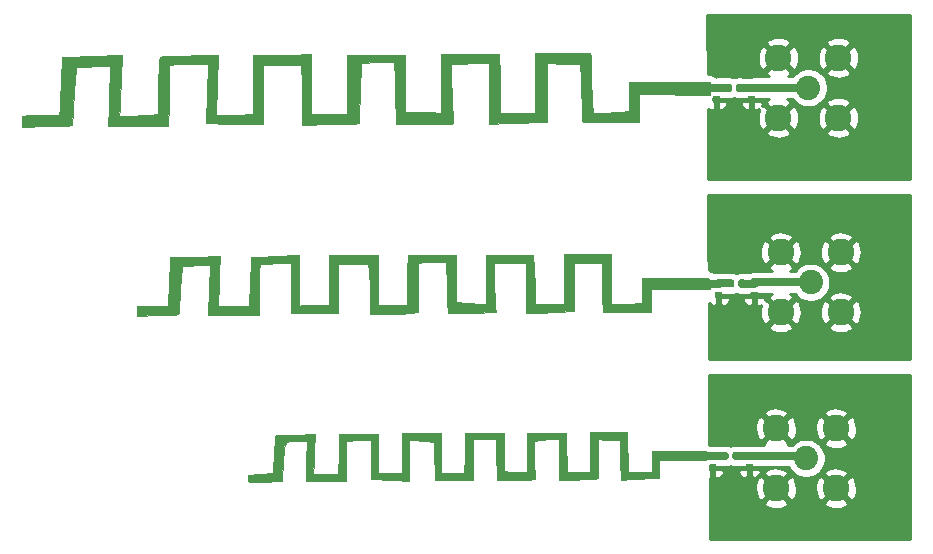
<source format=gbr>
G04 #@! TF.GenerationSoftware,KiCad,Pcbnew,5.1.4-e60b266~84~ubuntu19.04.1*
G04 #@! TF.CreationDate,2019-10-21T18:10:41-05:00*
G04 #@! TF.ProjectId,433_Antenna,3433335f-416e-4746-956e-6e612e6b6963,rev?*
G04 #@! TF.SameCoordinates,Original*
G04 #@! TF.FileFunction,Copper,L1,Top*
G04 #@! TF.FilePolarity,Positive*
%FSLAX46Y46*%
G04 Gerber Fmt 4.6, Leading zero omitted, Abs format (unit mm)*
G04 Created by KiCad (PCBNEW 5.1.4-e60b266~84~ubuntu19.04.1) date 2019-10-21 18:10:41*
%MOMM*%
%LPD*%
G04 APERTURE LIST*
%ADD10C,0.010000*%
%ADD11C,0.100000*%
%ADD12C,0.590000*%
%ADD13C,2.250000*%
%ADD14C,2.050000*%
%ADD15R,0.500000X0.500000*%
%ADD16C,0.640080*%
%ADD17C,0.254000*%
G04 APERTURE END LIST*
D10*
G36*
X155916975Y-67368552D02*
G01*
X156469499Y-67373864D01*
X156946466Y-67382084D01*
X157324028Y-67392697D01*
X157578337Y-67405184D01*
X157683409Y-67418059D01*
X157730968Y-67456056D01*
X157765976Y-67543195D01*
X157790266Y-67701871D01*
X157805669Y-67954479D01*
X157814015Y-68323413D01*
X157817136Y-68831070D01*
X157817334Y-69055888D01*
X157820520Y-69637897D01*
X157829334Y-70236753D01*
X157842660Y-70802152D01*
X157859383Y-71283793D01*
X157872533Y-71544496D01*
X157927733Y-72446667D01*
X158706193Y-72446667D01*
X159185257Y-72439626D01*
X159723925Y-72421065D01*
X160213682Y-72394827D01*
X160259660Y-72391655D01*
X161034667Y-72336644D01*
X161034667Y-69822000D01*
X167892667Y-69822000D01*
X167892667Y-70938952D01*
X161881283Y-70880334D01*
X161881308Y-72033527D01*
X161881334Y-73186720D01*
X159489500Y-73227420D01*
X158871531Y-73237374D01*
X158311302Y-73245322D01*
X157830393Y-73251045D01*
X157450383Y-73254322D01*
X157192852Y-73254935D01*
X157079381Y-73252663D01*
X157075970Y-73251974D01*
X157067878Y-73166618D01*
X157055670Y-72933322D01*
X157040199Y-72573407D01*
X157022316Y-72108193D01*
X157002872Y-71559002D01*
X156982719Y-70947153D01*
X156978178Y-70803178D01*
X156957722Y-70179572D01*
X156937327Y-69613290D01*
X156917910Y-69125767D01*
X156900389Y-68738441D01*
X156885684Y-68472748D01*
X156874711Y-68350125D01*
X156872875Y-68344464D01*
X156782737Y-68333486D01*
X156552222Y-68319837D01*
X156210238Y-68304835D01*
X155785694Y-68289801D01*
X155467834Y-68280323D01*
X154092000Y-68242245D01*
X154092000Y-73191962D01*
X153139500Y-73240969D01*
X152717780Y-73261084D01*
X152181967Y-73284290D01*
X151587220Y-73308324D01*
X150988694Y-73330921D01*
X150684167Y-73341701D01*
X149181334Y-73393428D01*
X149181334Y-68198823D01*
X147551500Y-68259065D01*
X147046998Y-68278226D01*
X146605680Y-68295966D01*
X146253420Y-68311166D01*
X146016093Y-68322703D01*
X145919572Y-68329457D01*
X145918662Y-68329821D01*
X145920882Y-68413684D01*
X145928619Y-68645800D01*
X145941133Y-69005202D01*
X145957683Y-69470924D01*
X145977529Y-70022002D01*
X145999928Y-70637469D01*
X146007273Y-70838000D01*
X146030221Y-71469502D01*
X146050662Y-72043417D01*
X146067879Y-72538716D01*
X146081158Y-72934371D01*
X146089782Y-73209351D01*
X146093036Y-73342629D01*
X146092845Y-73351878D01*
X146010121Y-73356911D01*
X145779344Y-73363151D01*
X145421787Y-73370224D01*
X144958720Y-73377761D01*
X144411418Y-73385389D01*
X143801153Y-73392739D01*
X143667056Y-73394211D01*
X141247310Y-73420334D01*
X141201336Y-70811403D01*
X141188959Y-70164394D01*
X141175789Y-69573794D01*
X141162438Y-69060352D01*
X141149516Y-68644818D01*
X141137634Y-68347941D01*
X141127404Y-68190470D01*
X141123572Y-68170683D01*
X141032640Y-68162957D01*
X140801160Y-68161756D01*
X140457776Y-68166722D01*
X140031132Y-68177495D01*
X139687575Y-68188679D01*
X138283369Y-68238464D01*
X138221840Y-70787065D01*
X138205999Y-71425146D01*
X138190751Y-72005629D01*
X138176707Y-72507722D01*
X138164480Y-72910635D01*
X138154685Y-73193575D01*
X138147934Y-73335753D01*
X138146323Y-73348526D01*
X138061523Y-73353948D01*
X137828925Y-73362894D01*
X137470013Y-73374695D01*
X137006269Y-73388683D01*
X136459177Y-73404189D01*
X135850221Y-73420544D01*
X135740500Y-73423402D01*
X133348667Y-73485418D01*
X133348667Y-72598658D01*
X133345625Y-72219572D01*
X133337188Y-71718557D01*
X133324390Y-71142895D01*
X133308263Y-70539869D01*
X133292917Y-70047282D01*
X133237168Y-68382667D01*
X130046667Y-68382667D01*
X130046667Y-73378000D01*
X128026484Y-73378000D01*
X127433793Y-73375779D01*
X126875945Y-73369549D01*
X126382478Y-73359965D01*
X125982931Y-73347679D01*
X125706840Y-73333343D01*
X125617965Y-73324773D01*
X125229630Y-73271546D01*
X125332236Y-68298000D01*
X124408618Y-68298508D01*
X123932151Y-68304277D01*
X123426415Y-68319316D01*
X122970828Y-68340938D01*
X122786500Y-68353390D01*
X122088000Y-68407765D01*
X122088000Y-69185898D01*
X122085232Y-69516306D01*
X122077524Y-69974829D01*
X122065767Y-70520348D01*
X122050856Y-71111746D01*
X122033682Y-71707903D01*
X122032203Y-71755682D01*
X121976405Y-73547334D01*
X116906349Y-73547334D01*
X116958210Y-72002167D01*
X116978798Y-71415899D01*
X117001909Y-70802204D01*
X117025383Y-70215728D01*
X117047060Y-69711115D01*
X117058291Y-69470653D01*
X117106510Y-68484305D01*
X115681422Y-68528379D01*
X115206994Y-68545978D01*
X114793360Y-68566874D01*
X114469464Y-68589158D01*
X114264248Y-68610921D01*
X114205654Y-68625726D01*
X114187864Y-68720845D01*
X114162671Y-68963206D01*
X114131770Y-69330960D01*
X114096854Y-69802260D01*
X114059619Y-70355259D01*
X114021759Y-70968109D01*
X114014885Y-71085214D01*
X113978109Y-71704723D01*
X113943391Y-72266679D01*
X113912168Y-72749606D01*
X113885875Y-73132030D01*
X113865948Y-73392474D01*
X113853823Y-73509464D01*
X113852504Y-73513718D01*
X113765347Y-73522200D01*
X113532022Y-73534297D01*
X113175632Y-73549104D01*
X112719284Y-73565712D01*
X112186080Y-73583217D01*
X111736107Y-73596780D01*
X109642000Y-73657552D01*
X109642000Y-72725514D01*
X110289774Y-72670757D01*
X110665912Y-72646822D01*
X111135597Y-72628195D01*
X111623065Y-72617525D01*
X111856108Y-72616000D01*
X112228907Y-72614177D01*
X112530968Y-72609238D01*
X112727356Y-72601979D01*
X112785048Y-72594834D01*
X112790980Y-72508162D01*
X112802584Y-72273874D01*
X112818911Y-71913555D01*
X112839011Y-71448792D01*
X112861935Y-70901172D01*
X112886733Y-70292281D01*
X112890881Y-70188846D01*
X112917277Y-69570214D01*
X112944406Y-69007746D01*
X112970959Y-68523381D01*
X112995628Y-68139052D01*
X113017102Y-67876698D01*
X113034073Y-67758253D01*
X113036204Y-67754198D01*
X113130384Y-67739717D01*
X113372372Y-67723070D01*
X113740672Y-67705152D01*
X114213787Y-67686862D01*
X114770219Y-67669095D01*
X115388471Y-67652748D01*
X115567606Y-67648596D01*
X118049138Y-67592821D01*
X117992064Y-69575244D01*
X117973236Y-70176953D01*
X117952314Y-70757297D01*
X117930708Y-71282960D01*
X117909831Y-71720628D01*
X117891093Y-72036986D01*
X117883889Y-72129167D01*
X117832787Y-72700667D01*
X118669227Y-72700229D01*
X119162516Y-72693505D01*
X119717789Y-72676076D01*
X120231188Y-72651386D01*
X120331167Y-72645126D01*
X121156667Y-72590461D01*
X121157403Y-70592397D01*
X121159864Y-69998693D01*
X121166356Y-69435971D01*
X121176201Y-68934947D01*
X121188724Y-68526334D01*
X121203249Y-68240849D01*
X121211117Y-68153315D01*
X121264096Y-67712296D01*
X121612548Y-67669980D01*
X121793640Y-67656678D01*
X122116028Y-67641935D01*
X122551691Y-67626664D01*
X123072608Y-67611778D01*
X123650756Y-67598188D01*
X124066367Y-67590081D01*
X126171734Y-67552498D01*
X126047194Y-72616000D01*
X127433097Y-72614844D01*
X127914179Y-72611415D01*
X128347071Y-72602691D01*
X128698387Y-72589776D01*
X128934745Y-72573776D01*
X129009500Y-72562636D01*
X129200000Y-72511584D01*
X129200000Y-67536000D01*
X131337834Y-67535068D01*
X131941230Y-67532759D01*
X132504475Y-67526760D01*
X133000322Y-67517665D01*
X133401526Y-67506066D01*
X133680842Y-67492556D01*
X133793167Y-67481657D01*
X134110667Y-67429178D01*
X134110667Y-72531334D01*
X137158667Y-72531334D01*
X137158667Y-67536000D01*
X142069334Y-67536000D01*
X142069334Y-72362000D01*
X142640834Y-72362385D01*
X142973810Y-72367764D01*
X143408951Y-72381937D01*
X143879456Y-72402481D01*
X144164834Y-72417655D01*
X145117334Y-72472539D01*
X145117334Y-67451334D01*
X150001072Y-67451334D01*
X150056869Y-69242985D01*
X150074108Y-69831218D01*
X150089184Y-70411943D01*
X150101217Y-70945783D01*
X150109327Y-71393358D01*
X150112634Y-71715289D01*
X150112667Y-71740652D01*
X150112667Y-72446667D01*
X153076000Y-72446667D01*
X153076000Y-67366667D01*
X155312742Y-67366667D01*
X155916975Y-67368552D01*
X155916975Y-67368552D01*
G37*
X155916975Y-67368552D02*
X156469499Y-67373864D01*
X156946466Y-67382084D01*
X157324028Y-67392697D01*
X157578337Y-67405184D01*
X157683409Y-67418059D01*
X157730968Y-67456056D01*
X157765976Y-67543195D01*
X157790266Y-67701871D01*
X157805669Y-67954479D01*
X157814015Y-68323413D01*
X157817136Y-68831070D01*
X157817334Y-69055888D01*
X157820520Y-69637897D01*
X157829334Y-70236753D01*
X157842660Y-70802152D01*
X157859383Y-71283793D01*
X157872533Y-71544496D01*
X157927733Y-72446667D01*
X158706193Y-72446667D01*
X159185257Y-72439626D01*
X159723925Y-72421065D01*
X160213682Y-72394827D01*
X160259660Y-72391655D01*
X161034667Y-72336644D01*
X161034667Y-69822000D01*
X167892667Y-69822000D01*
X167892667Y-70938952D01*
X161881283Y-70880334D01*
X161881308Y-72033527D01*
X161881334Y-73186720D01*
X159489500Y-73227420D01*
X158871531Y-73237374D01*
X158311302Y-73245322D01*
X157830393Y-73251045D01*
X157450383Y-73254322D01*
X157192852Y-73254935D01*
X157079381Y-73252663D01*
X157075970Y-73251974D01*
X157067878Y-73166618D01*
X157055670Y-72933322D01*
X157040199Y-72573407D01*
X157022316Y-72108193D01*
X157002872Y-71559002D01*
X156982719Y-70947153D01*
X156978178Y-70803178D01*
X156957722Y-70179572D01*
X156937327Y-69613290D01*
X156917910Y-69125767D01*
X156900389Y-68738441D01*
X156885684Y-68472748D01*
X156874711Y-68350125D01*
X156872875Y-68344464D01*
X156782737Y-68333486D01*
X156552222Y-68319837D01*
X156210238Y-68304835D01*
X155785694Y-68289801D01*
X155467834Y-68280323D01*
X154092000Y-68242245D01*
X154092000Y-73191962D01*
X153139500Y-73240969D01*
X152717780Y-73261084D01*
X152181967Y-73284290D01*
X151587220Y-73308324D01*
X150988694Y-73330921D01*
X150684167Y-73341701D01*
X149181334Y-73393428D01*
X149181334Y-68198823D01*
X147551500Y-68259065D01*
X147046998Y-68278226D01*
X146605680Y-68295966D01*
X146253420Y-68311166D01*
X146016093Y-68322703D01*
X145919572Y-68329457D01*
X145918662Y-68329821D01*
X145920882Y-68413684D01*
X145928619Y-68645800D01*
X145941133Y-69005202D01*
X145957683Y-69470924D01*
X145977529Y-70022002D01*
X145999928Y-70637469D01*
X146007273Y-70838000D01*
X146030221Y-71469502D01*
X146050662Y-72043417D01*
X146067879Y-72538716D01*
X146081158Y-72934371D01*
X146089782Y-73209351D01*
X146093036Y-73342629D01*
X146092845Y-73351878D01*
X146010121Y-73356911D01*
X145779344Y-73363151D01*
X145421787Y-73370224D01*
X144958720Y-73377761D01*
X144411418Y-73385389D01*
X143801153Y-73392739D01*
X143667056Y-73394211D01*
X141247310Y-73420334D01*
X141201336Y-70811403D01*
X141188959Y-70164394D01*
X141175789Y-69573794D01*
X141162438Y-69060352D01*
X141149516Y-68644818D01*
X141137634Y-68347941D01*
X141127404Y-68190470D01*
X141123572Y-68170683D01*
X141032640Y-68162957D01*
X140801160Y-68161756D01*
X140457776Y-68166722D01*
X140031132Y-68177495D01*
X139687575Y-68188679D01*
X138283369Y-68238464D01*
X138221840Y-70787065D01*
X138205999Y-71425146D01*
X138190751Y-72005629D01*
X138176707Y-72507722D01*
X138164480Y-72910635D01*
X138154685Y-73193575D01*
X138147934Y-73335753D01*
X138146323Y-73348526D01*
X138061523Y-73353948D01*
X137828925Y-73362894D01*
X137470013Y-73374695D01*
X137006269Y-73388683D01*
X136459177Y-73404189D01*
X135850221Y-73420544D01*
X135740500Y-73423402D01*
X133348667Y-73485418D01*
X133348667Y-72598658D01*
X133345625Y-72219572D01*
X133337188Y-71718557D01*
X133324390Y-71142895D01*
X133308263Y-70539869D01*
X133292917Y-70047282D01*
X133237168Y-68382667D01*
X130046667Y-68382667D01*
X130046667Y-73378000D01*
X128026484Y-73378000D01*
X127433793Y-73375779D01*
X126875945Y-73369549D01*
X126382478Y-73359965D01*
X125982931Y-73347679D01*
X125706840Y-73333343D01*
X125617965Y-73324773D01*
X125229630Y-73271546D01*
X125332236Y-68298000D01*
X124408618Y-68298508D01*
X123932151Y-68304277D01*
X123426415Y-68319316D01*
X122970828Y-68340938D01*
X122786500Y-68353390D01*
X122088000Y-68407765D01*
X122088000Y-69185898D01*
X122085232Y-69516306D01*
X122077524Y-69974829D01*
X122065767Y-70520348D01*
X122050856Y-71111746D01*
X122033682Y-71707903D01*
X122032203Y-71755682D01*
X121976405Y-73547334D01*
X116906349Y-73547334D01*
X116958210Y-72002167D01*
X116978798Y-71415899D01*
X117001909Y-70802204D01*
X117025383Y-70215728D01*
X117047060Y-69711115D01*
X117058291Y-69470653D01*
X117106510Y-68484305D01*
X115681422Y-68528379D01*
X115206994Y-68545978D01*
X114793360Y-68566874D01*
X114469464Y-68589158D01*
X114264248Y-68610921D01*
X114205654Y-68625726D01*
X114187864Y-68720845D01*
X114162671Y-68963206D01*
X114131770Y-69330960D01*
X114096854Y-69802260D01*
X114059619Y-70355259D01*
X114021759Y-70968109D01*
X114014885Y-71085214D01*
X113978109Y-71704723D01*
X113943391Y-72266679D01*
X113912168Y-72749606D01*
X113885875Y-73132030D01*
X113865948Y-73392474D01*
X113853823Y-73509464D01*
X113852504Y-73513718D01*
X113765347Y-73522200D01*
X113532022Y-73534297D01*
X113175632Y-73549104D01*
X112719284Y-73565712D01*
X112186080Y-73583217D01*
X111736107Y-73596780D01*
X109642000Y-73657552D01*
X109642000Y-72725514D01*
X110289774Y-72670757D01*
X110665912Y-72646822D01*
X111135597Y-72628195D01*
X111623065Y-72617525D01*
X111856108Y-72616000D01*
X112228907Y-72614177D01*
X112530968Y-72609238D01*
X112727356Y-72601979D01*
X112785048Y-72594834D01*
X112790980Y-72508162D01*
X112802584Y-72273874D01*
X112818911Y-71913555D01*
X112839011Y-71448792D01*
X112861935Y-70901172D01*
X112886733Y-70292281D01*
X112890881Y-70188846D01*
X112917277Y-69570214D01*
X112944406Y-69007746D01*
X112970959Y-68523381D01*
X112995628Y-68139052D01*
X113017102Y-67876698D01*
X113034073Y-67758253D01*
X113036204Y-67754198D01*
X113130384Y-67739717D01*
X113372372Y-67723070D01*
X113740672Y-67705152D01*
X114213787Y-67686862D01*
X114770219Y-67669095D01*
X115388471Y-67652748D01*
X115567606Y-67648596D01*
X118049138Y-67592821D01*
X117992064Y-69575244D01*
X117973236Y-70176953D01*
X117952314Y-70757297D01*
X117930708Y-71282960D01*
X117909831Y-71720628D01*
X117891093Y-72036986D01*
X117883889Y-72129167D01*
X117832787Y-72700667D01*
X118669227Y-72700229D01*
X119162516Y-72693505D01*
X119717789Y-72676076D01*
X120231188Y-72651386D01*
X120331167Y-72645126D01*
X121156667Y-72590461D01*
X121157403Y-70592397D01*
X121159864Y-69998693D01*
X121166356Y-69435971D01*
X121176201Y-68934947D01*
X121188724Y-68526334D01*
X121203249Y-68240849D01*
X121211117Y-68153315D01*
X121264096Y-67712296D01*
X121612548Y-67669980D01*
X121793640Y-67656678D01*
X122116028Y-67641935D01*
X122551691Y-67626664D01*
X123072608Y-67611778D01*
X123650756Y-67598188D01*
X124066367Y-67590081D01*
X126171734Y-67552498D01*
X126047194Y-72616000D01*
X127433097Y-72614844D01*
X127914179Y-72611415D01*
X128347071Y-72602691D01*
X128698387Y-72589776D01*
X128934745Y-72573776D01*
X129009500Y-72562636D01*
X129200000Y-72511584D01*
X129200000Y-67536000D01*
X131337834Y-67535068D01*
X131941230Y-67532759D01*
X132504475Y-67526760D01*
X133000322Y-67517665D01*
X133401526Y-67506066D01*
X133680842Y-67492556D01*
X133793167Y-67481657D01*
X134110667Y-67429178D01*
X134110667Y-72531334D01*
X137158667Y-72531334D01*
X137158667Y-67536000D01*
X142069334Y-67536000D01*
X142069334Y-72362000D01*
X142640834Y-72362385D01*
X142973810Y-72367764D01*
X143408951Y-72381937D01*
X143879456Y-72402481D01*
X144164834Y-72417655D01*
X145117334Y-72472539D01*
X145117334Y-67451334D01*
X150001072Y-67451334D01*
X150056869Y-69242985D01*
X150074108Y-69831218D01*
X150089184Y-70411943D01*
X150101217Y-70945783D01*
X150109327Y-71393358D01*
X150112634Y-71715289D01*
X150112667Y-71740652D01*
X150112667Y-72446667D01*
X153076000Y-72446667D01*
X153076000Y-67366667D01*
X155312742Y-67366667D01*
X155916975Y-67368552D01*
G36*
X159463333Y-88616666D02*
G01*
X160511083Y-88616666D01*
X160941805Y-88612432D01*
X161333957Y-88600912D01*
X161643531Y-88583881D01*
X161823416Y-88563750D01*
X162088000Y-88510833D01*
X162088000Y-86415333D01*
X167740917Y-86415333D01*
X167791969Y-86605833D01*
X167829414Y-86830723D01*
X167844177Y-87071500D01*
X167845333Y-87346666D01*
X162850000Y-87346666D01*
X162850000Y-89294000D01*
X158812438Y-89294000D01*
X158756885Y-88010538D01*
X158736292Y-87478118D01*
X158719153Y-86927070D01*
X158707036Y-86415970D01*
X158701509Y-86003390D01*
X158701333Y-85936205D01*
X158701333Y-85145333D01*
X156330666Y-85145333D01*
X156330666Y-89267346D01*
X154870166Y-89322747D01*
X154339359Y-89341600D01*
X153820688Y-89357733D01*
X153357621Y-89369955D01*
X152993623Y-89377076D01*
X152838166Y-89378407D01*
X152266666Y-89378666D01*
X152266666Y-85145333D01*
X149543643Y-85145333D01*
X149596045Y-86902166D01*
X149614052Y-87454637D01*
X149633710Y-87970814D01*
X149653587Y-88418854D01*
X149672248Y-88766916D01*
X149688262Y-88983156D01*
X149690703Y-89005220D01*
X149732959Y-89351441D01*
X147724890Y-89406242D01*
X147159613Y-89420158D01*
X146652841Y-89429745D01*
X146228397Y-89434791D01*
X145910105Y-89435081D01*
X145721790Y-89430401D01*
X145680387Y-89424609D01*
X145668806Y-89333523D01*
X145655138Y-89096052D01*
X145640237Y-88735120D01*
X145624958Y-88273651D01*
X145610154Y-87734567D01*
X145598413Y-87224421D01*
X145552873Y-85060666D01*
X144985544Y-85060666D01*
X144595247Y-85068712D01*
X144142029Y-85089680D01*
X143770440Y-85115423D01*
X143122666Y-85170180D01*
X143122666Y-89354180D01*
X142551166Y-89408154D01*
X142269260Y-89426550D01*
X141861547Y-89442329D01*
X141371550Y-89454325D01*
X140842787Y-89461367D01*
X140519166Y-89462731D01*
X139058666Y-89463333D01*
X139058666Y-87867086D01*
X139055722Y-87322009D01*
X139047552Y-86796731D01*
X139035154Y-86330002D01*
X139019521Y-85960570D01*
X139004272Y-85750419D01*
X138949877Y-85230000D01*
X136349333Y-85230000D01*
X136349333Y-89378666D01*
X132370000Y-89378666D01*
X132370000Y-85146498D01*
X131078833Y-85200021D01*
X130629001Y-85220852D01*
X130241819Y-85242922D01*
X129947543Y-85264181D01*
X129776429Y-85282577D01*
X129746129Y-85290365D01*
X129733529Y-85381648D01*
X129719930Y-85619022D01*
X129706123Y-85979253D01*
X129692896Y-86439108D01*
X129681039Y-86975354D01*
X129673162Y-87437593D01*
X129641733Y-89548000D01*
X125405813Y-89548000D01*
X125468305Y-87420618D01*
X125530796Y-85293236D01*
X124357231Y-85355173D01*
X123930997Y-85379203D01*
X123570091Y-85402463D01*
X123305802Y-85422714D01*
X123169419Y-85437716D01*
X123157921Y-85441022D01*
X123145586Y-85528569D01*
X123124743Y-85761624D01*
X123097162Y-86116670D01*
X123064617Y-86570194D01*
X123028878Y-87098681D01*
X123003964Y-87484035D01*
X122967514Y-88048875D01*
X122933813Y-88553829D01*
X122904510Y-88975557D01*
X122881255Y-89290719D01*
X122865697Y-89475976D01*
X122860376Y-89515824D01*
X122775152Y-89522434D01*
X122545843Y-89533645D01*
X122197604Y-89548407D01*
X121755589Y-89565668D01*
X121244952Y-89584376D01*
X121088166Y-89589903D01*
X119331333Y-89651294D01*
X119331333Y-88786000D01*
X121942522Y-88786000D01*
X121989262Y-88256833D01*
X122007765Y-87994630D01*
X122029400Y-87603745D01*
X122052200Y-87124752D01*
X122074200Y-86598224D01*
X122088746Y-86203666D01*
X122106293Y-85715985D01*
X122122836Y-85291693D01*
X122137220Y-84957746D01*
X122148287Y-84741101D01*
X122154578Y-84668532D01*
X122239143Y-84664036D01*
X122470087Y-84657249D01*
X122824481Y-84648696D01*
X123279392Y-84638904D01*
X123811890Y-84628399D01*
X124270261Y-84619979D01*
X126372856Y-84582560D01*
X126321292Y-86070446D01*
X126301062Y-86609566D01*
X126278405Y-87140062D01*
X126255398Y-87617842D01*
X126234116Y-87998815D01*
X126222307Y-88172166D01*
X126174885Y-88786000D01*
X128874492Y-88786000D01*
X128936259Y-86732833D01*
X128953943Y-86162557D01*
X128970787Y-85652023D01*
X128985940Y-85224440D01*
X128998555Y-84903020D01*
X129007782Y-84710974D01*
X129011846Y-84665846D01*
X129096597Y-84659557D01*
X129327279Y-84649275D01*
X129680556Y-84635857D01*
X130133096Y-84620158D01*
X130661564Y-84603032D01*
X131057666Y-84590850D01*
X133089666Y-84529674D01*
X133060777Y-86669965D01*
X133031889Y-88810255D01*
X133304194Y-88755794D01*
X133496957Y-88734054D01*
X133813163Y-88716439D01*
X134206936Y-88704903D01*
X134581916Y-88701333D01*
X135587333Y-88701333D01*
X135587333Y-84468000D01*
X139736000Y-84468000D01*
X139736000Y-88701333D01*
X142191333Y-88701333D01*
X142191592Y-88045166D01*
X142195043Y-87731917D01*
X142204401Y-87295737D01*
X142218447Y-86782878D01*
X142235968Y-86239590D01*
X142247252Y-85928500D01*
X142302653Y-84468000D01*
X146340000Y-84468000D01*
X146340000Y-88506127D01*
X147292500Y-88561012D01*
X147712932Y-88583640D01*
X148103217Y-88601810D01*
X148412926Y-88613328D01*
X148562500Y-88616281D01*
X148880000Y-88616666D01*
X148880000Y-84468000D01*
X152917868Y-84468000D01*
X152972924Y-85547500D01*
X152995900Y-86088465D01*
X153014246Y-86692287D01*
X153025670Y-87273208D01*
X153028323Y-87621833D01*
X153028666Y-88616666D01*
X155484000Y-88616666D01*
X155484000Y-84383333D01*
X159463333Y-84383333D01*
X159463333Y-88616666D01*
X159463333Y-88616666D01*
G37*
X159463333Y-88616666D02*
X160511083Y-88616666D01*
X160941805Y-88612432D01*
X161333957Y-88600912D01*
X161643531Y-88583881D01*
X161823416Y-88563750D01*
X162088000Y-88510833D01*
X162088000Y-86415333D01*
X167740917Y-86415333D01*
X167791969Y-86605833D01*
X167829414Y-86830723D01*
X167844177Y-87071500D01*
X167845333Y-87346666D01*
X162850000Y-87346666D01*
X162850000Y-89294000D01*
X158812438Y-89294000D01*
X158756885Y-88010538D01*
X158736292Y-87478118D01*
X158719153Y-86927070D01*
X158707036Y-86415970D01*
X158701509Y-86003390D01*
X158701333Y-85936205D01*
X158701333Y-85145333D01*
X156330666Y-85145333D01*
X156330666Y-89267346D01*
X154870166Y-89322747D01*
X154339359Y-89341600D01*
X153820688Y-89357733D01*
X153357621Y-89369955D01*
X152993623Y-89377076D01*
X152838166Y-89378407D01*
X152266666Y-89378666D01*
X152266666Y-85145333D01*
X149543643Y-85145333D01*
X149596045Y-86902166D01*
X149614052Y-87454637D01*
X149633710Y-87970814D01*
X149653587Y-88418854D01*
X149672248Y-88766916D01*
X149688262Y-88983156D01*
X149690703Y-89005220D01*
X149732959Y-89351441D01*
X147724890Y-89406242D01*
X147159613Y-89420158D01*
X146652841Y-89429745D01*
X146228397Y-89434791D01*
X145910105Y-89435081D01*
X145721790Y-89430401D01*
X145680387Y-89424609D01*
X145668806Y-89333523D01*
X145655138Y-89096052D01*
X145640237Y-88735120D01*
X145624958Y-88273651D01*
X145610154Y-87734567D01*
X145598413Y-87224421D01*
X145552873Y-85060666D01*
X144985544Y-85060666D01*
X144595247Y-85068712D01*
X144142029Y-85089680D01*
X143770440Y-85115423D01*
X143122666Y-85170180D01*
X143122666Y-89354180D01*
X142551166Y-89408154D01*
X142269260Y-89426550D01*
X141861547Y-89442329D01*
X141371550Y-89454325D01*
X140842787Y-89461367D01*
X140519166Y-89462731D01*
X139058666Y-89463333D01*
X139058666Y-87867086D01*
X139055722Y-87322009D01*
X139047552Y-86796731D01*
X139035154Y-86330002D01*
X139019521Y-85960570D01*
X139004272Y-85750419D01*
X138949877Y-85230000D01*
X136349333Y-85230000D01*
X136349333Y-89378666D01*
X132370000Y-89378666D01*
X132370000Y-85146498D01*
X131078833Y-85200021D01*
X130629001Y-85220852D01*
X130241819Y-85242922D01*
X129947543Y-85264181D01*
X129776429Y-85282577D01*
X129746129Y-85290365D01*
X129733529Y-85381648D01*
X129719930Y-85619022D01*
X129706123Y-85979253D01*
X129692896Y-86439108D01*
X129681039Y-86975354D01*
X129673162Y-87437593D01*
X129641733Y-89548000D01*
X125405813Y-89548000D01*
X125468305Y-87420618D01*
X125530796Y-85293236D01*
X124357231Y-85355173D01*
X123930997Y-85379203D01*
X123570091Y-85402463D01*
X123305802Y-85422714D01*
X123169419Y-85437716D01*
X123157921Y-85441022D01*
X123145586Y-85528569D01*
X123124743Y-85761624D01*
X123097162Y-86116670D01*
X123064617Y-86570194D01*
X123028878Y-87098681D01*
X123003964Y-87484035D01*
X122967514Y-88048875D01*
X122933813Y-88553829D01*
X122904510Y-88975557D01*
X122881255Y-89290719D01*
X122865697Y-89475976D01*
X122860376Y-89515824D01*
X122775152Y-89522434D01*
X122545843Y-89533645D01*
X122197604Y-89548407D01*
X121755589Y-89565668D01*
X121244952Y-89584376D01*
X121088166Y-89589903D01*
X119331333Y-89651294D01*
X119331333Y-88786000D01*
X121942522Y-88786000D01*
X121989262Y-88256833D01*
X122007765Y-87994630D01*
X122029400Y-87603745D01*
X122052200Y-87124752D01*
X122074200Y-86598224D01*
X122088746Y-86203666D01*
X122106293Y-85715985D01*
X122122836Y-85291693D01*
X122137220Y-84957746D01*
X122148287Y-84741101D01*
X122154578Y-84668532D01*
X122239143Y-84664036D01*
X122470087Y-84657249D01*
X122824481Y-84648696D01*
X123279392Y-84638904D01*
X123811890Y-84628399D01*
X124270261Y-84619979D01*
X126372856Y-84582560D01*
X126321292Y-86070446D01*
X126301062Y-86609566D01*
X126278405Y-87140062D01*
X126255398Y-87617842D01*
X126234116Y-87998815D01*
X126222307Y-88172166D01*
X126174885Y-88786000D01*
X128874492Y-88786000D01*
X128936259Y-86732833D01*
X128953943Y-86162557D01*
X128970787Y-85652023D01*
X128985940Y-85224440D01*
X128998555Y-84903020D01*
X129007782Y-84710974D01*
X129011846Y-84665846D01*
X129096597Y-84659557D01*
X129327279Y-84649275D01*
X129680556Y-84635857D01*
X130133096Y-84620158D01*
X130661564Y-84603032D01*
X131057666Y-84590850D01*
X133089666Y-84529674D01*
X133060777Y-86669965D01*
X133031889Y-88810255D01*
X133304194Y-88755794D01*
X133496957Y-88734054D01*
X133813163Y-88716439D01*
X134206936Y-88704903D01*
X134581916Y-88701333D01*
X135587333Y-88701333D01*
X135587333Y-84468000D01*
X139736000Y-84468000D01*
X139736000Y-88701333D01*
X142191333Y-88701333D01*
X142191592Y-88045166D01*
X142195043Y-87731917D01*
X142204401Y-87295737D01*
X142218447Y-86782878D01*
X142235968Y-86239590D01*
X142247252Y-85928500D01*
X142302653Y-84468000D01*
X146340000Y-84468000D01*
X146340000Y-88506127D01*
X147292500Y-88561012D01*
X147712932Y-88583640D01*
X148103217Y-88601810D01*
X148412926Y-88613328D01*
X148562500Y-88616281D01*
X148880000Y-88616666D01*
X148880000Y-84468000D01*
X152917868Y-84468000D01*
X152972924Y-85547500D01*
X152995900Y-86088465D01*
X153014246Y-86692287D01*
X153025670Y-87273208D01*
X153028323Y-87621833D01*
X153028666Y-88616666D01*
X155484000Y-88616666D01*
X155484000Y-84383333D01*
X159463333Y-84383333D01*
X159463333Y-88616666D01*
G36*
X160859988Y-100535960D02*
G01*
X160882774Y-101018967D01*
X160901004Y-101518151D01*
X160912480Y-101966255D01*
X160915333Y-102229293D01*
X160915333Y-102893334D01*
X162947333Y-102893334D01*
X162947333Y-101115334D01*
X167519333Y-101115334D01*
X167519333Y-101877334D01*
X163540000Y-101877334D01*
X163540000Y-103401334D01*
X162883833Y-103401719D01*
X162508309Y-103407225D01*
X162037709Y-103421701D01*
X161545903Y-103442621D01*
X161284880Y-103456432D01*
X160342095Y-103510761D01*
X160279726Y-101847380D01*
X160217357Y-100184000D01*
X159944119Y-100184000D01*
X159723962Y-100176802D01*
X159402302Y-100157867D01*
X159046237Y-100131184D01*
X159023107Y-100129243D01*
X158375333Y-100074486D01*
X158375333Y-103390958D01*
X158015500Y-103436739D01*
X157802547Y-103454572D01*
X157461119Y-103472553D01*
X157032063Y-103488968D01*
X156556228Y-103502102D01*
X156364500Y-103506007D01*
X155073333Y-103529495D01*
X155073333Y-100099334D01*
X154535419Y-100099334D01*
X154132452Y-100109293D01*
X153694289Y-100134743D01*
X153470921Y-100154372D01*
X152944337Y-100209411D01*
X153004330Y-101834389D01*
X153064324Y-103459367D01*
X152481328Y-103514415D01*
X152152415Y-103537002D01*
X151716826Y-103555218D01*
X151237203Y-103566894D01*
X150874232Y-103570065D01*
X149850131Y-103570667D01*
X149795075Y-102491167D01*
X149772840Y-101995302D01*
X149754841Y-101480095D01*
X149743138Y-101011918D01*
X149739676Y-100704108D01*
X149735520Y-100357491D01*
X149719479Y-100150887D01*
X149685574Y-100055077D01*
X149627828Y-100040844D01*
X149605408Y-100047942D01*
X149466605Y-100069955D01*
X149202533Y-100087256D01*
X148857240Y-100097520D01*
X148631741Y-100099334D01*
X147792000Y-100099334D01*
X147792000Y-103570667D01*
X144600918Y-103570667D01*
X144545459Y-102414280D01*
X144524379Y-101938349D01*
X144506983Y-101476317D01*
X144494970Y-101078360D01*
X144490038Y-100794653D01*
X144490000Y-100775829D01*
X144490000Y-100293765D01*
X143791500Y-100239390D01*
X143409200Y-100213071D01*
X143042445Y-100193609D01*
X142762580Y-100184703D01*
X142733166Y-100184508D01*
X142373333Y-100184000D01*
X142373333Y-103597007D01*
X141166833Y-103541813D01*
X140692358Y-103521405D01*
X140242046Y-103504357D01*
X139860894Y-103492218D01*
X139593901Y-103486539D01*
X139554698Y-103486310D01*
X139149062Y-103486000D01*
X139173698Y-101834910D01*
X139198333Y-100183819D01*
X138170225Y-100183910D01*
X137725995Y-100187247D01*
X137423369Y-100199457D01*
X137234702Y-100223969D01*
X137132352Y-100264215D01*
X137090725Y-100317925D01*
X137074546Y-100441886D01*
X137060457Y-100706131D01*
X137049319Y-101081616D01*
X137041991Y-101539295D01*
X137039333Y-102050125D01*
X137039333Y-103655334D01*
X133625952Y-103655334D01*
X133678373Y-101962000D01*
X133730794Y-100268667D01*
X132950897Y-100269823D01*
X132569774Y-100267129D01*
X132284857Y-100271969D01*
X132080808Y-100305658D01*
X131942290Y-100389511D01*
X131853965Y-100544842D01*
X131800496Y-100792966D01*
X131766545Y-101155197D01*
X131736776Y-101652851D01*
X131717098Y-101984454D01*
X131684907Y-102487789D01*
X131654978Y-102928829D01*
X131629228Y-103281411D01*
X131609574Y-103519372D01*
X131597934Y-103616548D01*
X131597408Y-103617455D01*
X131500059Y-103632192D01*
X131269414Y-103647061D01*
X130940256Y-103661278D01*
X130547368Y-103674053D01*
X130125532Y-103684601D01*
X129709531Y-103692135D01*
X129334148Y-103695867D01*
X129034164Y-103695010D01*
X128844363Y-103688779D01*
X128795730Y-103680842D01*
X128758224Y-103566148D01*
X128742016Y-103363570D01*
X128742000Y-103356883D01*
X128742000Y-103086655D01*
X129778404Y-103026034D01*
X130178753Y-103000043D01*
X130513246Y-102973460D01*
X130748054Y-102949320D01*
X130849347Y-102930656D01*
X130850334Y-102929888D01*
X130864962Y-102837959D01*
X130883912Y-102604277D01*
X130905469Y-102256315D01*
X130927918Y-101821546D01*
X130948043Y-101364624D01*
X130970881Y-100872128D01*
X130996305Y-100439297D01*
X131022236Y-100094084D01*
X131046598Y-99864441D01*
X131065842Y-99779269D01*
X131163993Y-99760421D01*
X131404605Y-99740756D01*
X131760821Y-99721684D01*
X132205782Y-99704616D01*
X132712631Y-99690964D01*
X132769472Y-99689763D01*
X134417487Y-99655872D01*
X134369692Y-101126436D01*
X134351832Y-101625576D01*
X134332511Y-102080509D01*
X134313379Y-102457943D01*
X134296084Y-102724584D01*
X134285228Y-102832351D01*
X134248559Y-103067702D01*
X136404333Y-103020334D01*
X136427289Y-101348167D01*
X136450246Y-99676000D01*
X139748666Y-99676000D01*
X139748666Y-102978000D01*
X141780666Y-102978000D01*
X141780666Y-99591334D01*
X145082666Y-99591334D01*
X145082666Y-102978000D01*
X147007844Y-102978000D01*
X147060323Y-102660500D01*
X147078411Y-102467247D01*
X147093925Y-102142117D01*
X147105684Y-101722559D01*
X147112508Y-101246024D01*
X147113734Y-100967167D01*
X147114666Y-99591334D01*
X150416666Y-99591334D01*
X150416666Y-102784180D01*
X150988166Y-102838155D01*
X151359398Y-102867300D01*
X151731635Y-102887141D01*
X151961833Y-102892732D01*
X152364000Y-102893334D01*
X152364000Y-99591334D01*
X155639748Y-99591334D01*
X155695207Y-100747720D01*
X155716313Y-101225235D01*
X155733723Y-101690388D01*
X155745731Y-102092419D01*
X155750632Y-102380566D01*
X155750666Y-102398720D01*
X155750666Y-102893334D01*
X157698000Y-102893334D01*
X157698000Y-99506667D01*
X160804644Y-99506667D01*
X160859988Y-100535960D01*
X160859988Y-100535960D01*
G37*
X160859988Y-100535960D02*
X160882774Y-101018967D01*
X160901004Y-101518151D01*
X160912480Y-101966255D01*
X160915333Y-102229293D01*
X160915333Y-102893334D01*
X162947333Y-102893334D01*
X162947333Y-101115334D01*
X167519333Y-101115334D01*
X167519333Y-101877334D01*
X163540000Y-101877334D01*
X163540000Y-103401334D01*
X162883833Y-103401719D01*
X162508309Y-103407225D01*
X162037709Y-103421701D01*
X161545903Y-103442621D01*
X161284880Y-103456432D01*
X160342095Y-103510761D01*
X160279726Y-101847380D01*
X160217357Y-100184000D01*
X159944119Y-100184000D01*
X159723962Y-100176802D01*
X159402302Y-100157867D01*
X159046237Y-100131184D01*
X159023107Y-100129243D01*
X158375333Y-100074486D01*
X158375333Y-103390958D01*
X158015500Y-103436739D01*
X157802547Y-103454572D01*
X157461119Y-103472553D01*
X157032063Y-103488968D01*
X156556228Y-103502102D01*
X156364500Y-103506007D01*
X155073333Y-103529495D01*
X155073333Y-100099334D01*
X154535419Y-100099334D01*
X154132452Y-100109293D01*
X153694289Y-100134743D01*
X153470921Y-100154372D01*
X152944337Y-100209411D01*
X153004330Y-101834389D01*
X153064324Y-103459367D01*
X152481328Y-103514415D01*
X152152415Y-103537002D01*
X151716826Y-103555218D01*
X151237203Y-103566894D01*
X150874232Y-103570065D01*
X149850131Y-103570667D01*
X149795075Y-102491167D01*
X149772840Y-101995302D01*
X149754841Y-101480095D01*
X149743138Y-101011918D01*
X149739676Y-100704108D01*
X149735520Y-100357491D01*
X149719479Y-100150887D01*
X149685574Y-100055077D01*
X149627828Y-100040844D01*
X149605408Y-100047942D01*
X149466605Y-100069955D01*
X149202533Y-100087256D01*
X148857240Y-100097520D01*
X148631741Y-100099334D01*
X147792000Y-100099334D01*
X147792000Y-103570667D01*
X144600918Y-103570667D01*
X144545459Y-102414280D01*
X144524379Y-101938349D01*
X144506983Y-101476317D01*
X144494970Y-101078360D01*
X144490038Y-100794653D01*
X144490000Y-100775829D01*
X144490000Y-100293765D01*
X143791500Y-100239390D01*
X143409200Y-100213071D01*
X143042445Y-100193609D01*
X142762580Y-100184703D01*
X142733166Y-100184508D01*
X142373333Y-100184000D01*
X142373333Y-103597007D01*
X141166833Y-103541813D01*
X140692358Y-103521405D01*
X140242046Y-103504357D01*
X139860894Y-103492218D01*
X139593901Y-103486539D01*
X139554698Y-103486310D01*
X139149062Y-103486000D01*
X139173698Y-101834910D01*
X139198333Y-100183819D01*
X138170225Y-100183910D01*
X137725995Y-100187247D01*
X137423369Y-100199457D01*
X137234702Y-100223969D01*
X137132352Y-100264215D01*
X137090725Y-100317925D01*
X137074546Y-100441886D01*
X137060457Y-100706131D01*
X137049319Y-101081616D01*
X137041991Y-101539295D01*
X137039333Y-102050125D01*
X137039333Y-103655334D01*
X133625952Y-103655334D01*
X133678373Y-101962000D01*
X133730794Y-100268667D01*
X132950897Y-100269823D01*
X132569774Y-100267129D01*
X132284857Y-100271969D01*
X132080808Y-100305658D01*
X131942290Y-100389511D01*
X131853965Y-100544842D01*
X131800496Y-100792966D01*
X131766545Y-101155197D01*
X131736776Y-101652851D01*
X131717098Y-101984454D01*
X131684907Y-102487789D01*
X131654978Y-102928829D01*
X131629228Y-103281411D01*
X131609574Y-103519372D01*
X131597934Y-103616548D01*
X131597408Y-103617455D01*
X131500059Y-103632192D01*
X131269414Y-103647061D01*
X130940256Y-103661278D01*
X130547368Y-103674053D01*
X130125532Y-103684601D01*
X129709531Y-103692135D01*
X129334148Y-103695867D01*
X129034164Y-103695010D01*
X128844363Y-103688779D01*
X128795730Y-103680842D01*
X128758224Y-103566148D01*
X128742016Y-103363570D01*
X128742000Y-103356883D01*
X128742000Y-103086655D01*
X129778404Y-103026034D01*
X130178753Y-103000043D01*
X130513246Y-102973460D01*
X130748054Y-102949320D01*
X130849347Y-102930656D01*
X130850334Y-102929888D01*
X130864962Y-102837959D01*
X130883912Y-102604277D01*
X130905469Y-102256315D01*
X130927918Y-101821546D01*
X130948043Y-101364624D01*
X130970881Y-100872128D01*
X130996305Y-100439297D01*
X131022236Y-100094084D01*
X131046598Y-99864441D01*
X131065842Y-99779269D01*
X131163993Y-99760421D01*
X131404605Y-99740756D01*
X131760821Y-99721684D01*
X132205782Y-99704616D01*
X132712631Y-99690964D01*
X132769472Y-99689763D01*
X134417487Y-99655872D01*
X134369692Y-101126436D01*
X134351832Y-101625576D01*
X134332511Y-102080509D01*
X134313379Y-102457943D01*
X134296084Y-102724584D01*
X134285228Y-102832351D01*
X134248559Y-103067702D01*
X136404333Y-103020334D01*
X136427289Y-101348167D01*
X136450246Y-99676000D01*
X139748666Y-99676000D01*
X139748666Y-102978000D01*
X141780666Y-102978000D01*
X141780666Y-99591334D01*
X145082666Y-99591334D01*
X145082666Y-102978000D01*
X147007844Y-102978000D01*
X147060323Y-102660500D01*
X147078411Y-102467247D01*
X147093925Y-102142117D01*
X147105684Y-101722559D01*
X147112508Y-101246024D01*
X147113734Y-100967167D01*
X147114666Y-99591334D01*
X150416666Y-99591334D01*
X150416666Y-102784180D01*
X150988166Y-102838155D01*
X151359398Y-102867300D01*
X151731635Y-102887141D01*
X151961833Y-102892732D01*
X152364000Y-102893334D01*
X152364000Y-99591334D01*
X155639748Y-99591334D01*
X155695207Y-100747720D01*
X155716313Y-101225235D01*
X155733723Y-101690388D01*
X155745731Y-102092419D01*
X155750632Y-102380566D01*
X155750666Y-102398720D01*
X155750666Y-102893334D01*
X157698000Y-102893334D01*
X157698000Y-99506667D01*
X160804644Y-99506667D01*
X160859988Y-100535960D01*
D11*
G36*
X169576958Y-70010710D02*
G01*
X169591276Y-70012834D01*
X169605317Y-70016351D01*
X169618946Y-70021228D01*
X169632031Y-70027417D01*
X169644447Y-70034858D01*
X169656073Y-70043481D01*
X169666798Y-70053202D01*
X169676519Y-70063927D01*
X169685142Y-70075553D01*
X169692583Y-70087969D01*
X169698772Y-70101054D01*
X169703649Y-70114683D01*
X169707166Y-70128724D01*
X169709290Y-70143042D01*
X169710000Y-70157500D01*
X169710000Y-70502500D01*
X169709290Y-70516958D01*
X169707166Y-70531276D01*
X169703649Y-70545317D01*
X169698772Y-70558946D01*
X169692583Y-70572031D01*
X169685142Y-70584447D01*
X169676519Y-70596073D01*
X169666798Y-70606798D01*
X169656073Y-70616519D01*
X169644447Y-70625142D01*
X169632031Y-70632583D01*
X169618946Y-70638772D01*
X169605317Y-70643649D01*
X169591276Y-70647166D01*
X169576958Y-70649290D01*
X169562500Y-70650000D01*
X169267500Y-70650000D01*
X169253042Y-70649290D01*
X169238724Y-70647166D01*
X169224683Y-70643649D01*
X169211054Y-70638772D01*
X169197969Y-70632583D01*
X169185553Y-70625142D01*
X169173927Y-70616519D01*
X169163202Y-70606798D01*
X169153481Y-70596073D01*
X169144858Y-70584447D01*
X169137417Y-70572031D01*
X169131228Y-70558946D01*
X169126351Y-70545317D01*
X169122834Y-70531276D01*
X169120710Y-70516958D01*
X169120000Y-70502500D01*
X169120000Y-70157500D01*
X169120710Y-70143042D01*
X169122834Y-70128724D01*
X169126351Y-70114683D01*
X169131228Y-70101054D01*
X169137417Y-70087969D01*
X169144858Y-70075553D01*
X169153481Y-70063927D01*
X169163202Y-70053202D01*
X169173927Y-70043481D01*
X169185553Y-70034858D01*
X169197969Y-70027417D01*
X169211054Y-70021228D01*
X169224683Y-70016351D01*
X169238724Y-70012834D01*
X169253042Y-70010710D01*
X169267500Y-70010000D01*
X169562500Y-70010000D01*
X169576958Y-70010710D01*
X169576958Y-70010710D01*
G37*
D12*
X169415000Y-70330000D03*
D11*
G36*
X170546958Y-70010710D02*
G01*
X170561276Y-70012834D01*
X170575317Y-70016351D01*
X170588946Y-70021228D01*
X170602031Y-70027417D01*
X170614447Y-70034858D01*
X170626073Y-70043481D01*
X170636798Y-70053202D01*
X170646519Y-70063927D01*
X170655142Y-70075553D01*
X170662583Y-70087969D01*
X170668772Y-70101054D01*
X170673649Y-70114683D01*
X170677166Y-70128724D01*
X170679290Y-70143042D01*
X170680000Y-70157500D01*
X170680000Y-70502500D01*
X170679290Y-70516958D01*
X170677166Y-70531276D01*
X170673649Y-70545317D01*
X170668772Y-70558946D01*
X170662583Y-70572031D01*
X170655142Y-70584447D01*
X170646519Y-70596073D01*
X170636798Y-70606798D01*
X170626073Y-70616519D01*
X170614447Y-70625142D01*
X170602031Y-70632583D01*
X170588946Y-70638772D01*
X170575317Y-70643649D01*
X170561276Y-70647166D01*
X170546958Y-70649290D01*
X170532500Y-70650000D01*
X170237500Y-70650000D01*
X170223042Y-70649290D01*
X170208724Y-70647166D01*
X170194683Y-70643649D01*
X170181054Y-70638772D01*
X170167969Y-70632583D01*
X170155553Y-70625142D01*
X170143927Y-70616519D01*
X170133202Y-70606798D01*
X170123481Y-70596073D01*
X170114858Y-70584447D01*
X170107417Y-70572031D01*
X170101228Y-70558946D01*
X170096351Y-70545317D01*
X170092834Y-70531276D01*
X170090710Y-70516958D01*
X170090000Y-70502500D01*
X170090000Y-70157500D01*
X170090710Y-70143042D01*
X170092834Y-70128724D01*
X170096351Y-70114683D01*
X170101228Y-70101054D01*
X170107417Y-70087969D01*
X170114858Y-70075553D01*
X170123481Y-70063927D01*
X170133202Y-70053202D01*
X170143927Y-70043481D01*
X170155553Y-70034858D01*
X170167969Y-70027417D01*
X170181054Y-70021228D01*
X170194683Y-70016351D01*
X170208724Y-70012834D01*
X170223042Y-70010710D01*
X170237500Y-70010000D01*
X170532500Y-70010000D01*
X170546958Y-70010710D01*
X170546958Y-70010710D01*
G37*
D12*
X170385000Y-70330000D03*
D11*
G36*
X169761958Y-86580710D02*
G01*
X169776276Y-86582834D01*
X169790317Y-86586351D01*
X169803946Y-86591228D01*
X169817031Y-86597417D01*
X169829447Y-86604858D01*
X169841073Y-86613481D01*
X169851798Y-86623202D01*
X169861519Y-86633927D01*
X169870142Y-86645553D01*
X169877583Y-86657969D01*
X169883772Y-86671054D01*
X169888649Y-86684683D01*
X169892166Y-86698724D01*
X169894290Y-86713042D01*
X169895000Y-86727500D01*
X169895000Y-87072500D01*
X169894290Y-87086958D01*
X169892166Y-87101276D01*
X169888649Y-87115317D01*
X169883772Y-87128946D01*
X169877583Y-87142031D01*
X169870142Y-87154447D01*
X169861519Y-87166073D01*
X169851798Y-87176798D01*
X169841073Y-87186519D01*
X169829447Y-87195142D01*
X169817031Y-87202583D01*
X169803946Y-87208772D01*
X169790317Y-87213649D01*
X169776276Y-87217166D01*
X169761958Y-87219290D01*
X169747500Y-87220000D01*
X169452500Y-87220000D01*
X169438042Y-87219290D01*
X169423724Y-87217166D01*
X169409683Y-87213649D01*
X169396054Y-87208772D01*
X169382969Y-87202583D01*
X169370553Y-87195142D01*
X169358927Y-87186519D01*
X169348202Y-87176798D01*
X169338481Y-87166073D01*
X169329858Y-87154447D01*
X169322417Y-87142031D01*
X169316228Y-87128946D01*
X169311351Y-87115317D01*
X169307834Y-87101276D01*
X169305710Y-87086958D01*
X169305000Y-87072500D01*
X169305000Y-86727500D01*
X169305710Y-86713042D01*
X169307834Y-86698724D01*
X169311351Y-86684683D01*
X169316228Y-86671054D01*
X169322417Y-86657969D01*
X169329858Y-86645553D01*
X169338481Y-86633927D01*
X169348202Y-86623202D01*
X169358927Y-86613481D01*
X169370553Y-86604858D01*
X169382969Y-86597417D01*
X169396054Y-86591228D01*
X169409683Y-86586351D01*
X169423724Y-86582834D01*
X169438042Y-86580710D01*
X169452500Y-86580000D01*
X169747500Y-86580000D01*
X169761958Y-86580710D01*
X169761958Y-86580710D01*
G37*
D12*
X169600000Y-86900000D03*
D11*
G36*
X170731958Y-86580710D02*
G01*
X170746276Y-86582834D01*
X170760317Y-86586351D01*
X170773946Y-86591228D01*
X170787031Y-86597417D01*
X170799447Y-86604858D01*
X170811073Y-86613481D01*
X170821798Y-86623202D01*
X170831519Y-86633927D01*
X170840142Y-86645553D01*
X170847583Y-86657969D01*
X170853772Y-86671054D01*
X170858649Y-86684683D01*
X170862166Y-86698724D01*
X170864290Y-86713042D01*
X170865000Y-86727500D01*
X170865000Y-87072500D01*
X170864290Y-87086958D01*
X170862166Y-87101276D01*
X170858649Y-87115317D01*
X170853772Y-87128946D01*
X170847583Y-87142031D01*
X170840142Y-87154447D01*
X170831519Y-87166073D01*
X170821798Y-87176798D01*
X170811073Y-87186519D01*
X170799447Y-87195142D01*
X170787031Y-87202583D01*
X170773946Y-87208772D01*
X170760317Y-87213649D01*
X170746276Y-87217166D01*
X170731958Y-87219290D01*
X170717500Y-87220000D01*
X170422500Y-87220000D01*
X170408042Y-87219290D01*
X170393724Y-87217166D01*
X170379683Y-87213649D01*
X170366054Y-87208772D01*
X170352969Y-87202583D01*
X170340553Y-87195142D01*
X170328927Y-87186519D01*
X170318202Y-87176798D01*
X170308481Y-87166073D01*
X170299858Y-87154447D01*
X170292417Y-87142031D01*
X170286228Y-87128946D01*
X170281351Y-87115317D01*
X170277834Y-87101276D01*
X170275710Y-87086958D01*
X170275000Y-87072500D01*
X170275000Y-86727500D01*
X170275710Y-86713042D01*
X170277834Y-86698724D01*
X170281351Y-86684683D01*
X170286228Y-86671054D01*
X170292417Y-86657969D01*
X170299858Y-86645553D01*
X170308481Y-86633927D01*
X170318202Y-86623202D01*
X170328927Y-86613481D01*
X170340553Y-86604858D01*
X170352969Y-86597417D01*
X170366054Y-86591228D01*
X170379683Y-86586351D01*
X170393724Y-86582834D01*
X170408042Y-86580710D01*
X170422500Y-86580000D01*
X170717500Y-86580000D01*
X170731958Y-86580710D01*
X170731958Y-86580710D01*
G37*
D12*
X170570000Y-86900000D03*
D11*
G36*
X169276958Y-101180710D02*
G01*
X169291276Y-101182834D01*
X169305317Y-101186351D01*
X169318946Y-101191228D01*
X169332031Y-101197417D01*
X169344447Y-101204858D01*
X169356073Y-101213481D01*
X169366798Y-101223202D01*
X169376519Y-101233927D01*
X169385142Y-101245553D01*
X169392583Y-101257969D01*
X169398772Y-101271054D01*
X169403649Y-101284683D01*
X169407166Y-101298724D01*
X169409290Y-101313042D01*
X169410000Y-101327500D01*
X169410000Y-101672500D01*
X169409290Y-101686958D01*
X169407166Y-101701276D01*
X169403649Y-101715317D01*
X169398772Y-101728946D01*
X169392583Y-101742031D01*
X169385142Y-101754447D01*
X169376519Y-101766073D01*
X169366798Y-101776798D01*
X169356073Y-101786519D01*
X169344447Y-101795142D01*
X169332031Y-101802583D01*
X169318946Y-101808772D01*
X169305317Y-101813649D01*
X169291276Y-101817166D01*
X169276958Y-101819290D01*
X169262500Y-101820000D01*
X168967500Y-101820000D01*
X168953042Y-101819290D01*
X168938724Y-101817166D01*
X168924683Y-101813649D01*
X168911054Y-101808772D01*
X168897969Y-101802583D01*
X168885553Y-101795142D01*
X168873927Y-101786519D01*
X168863202Y-101776798D01*
X168853481Y-101766073D01*
X168844858Y-101754447D01*
X168837417Y-101742031D01*
X168831228Y-101728946D01*
X168826351Y-101715317D01*
X168822834Y-101701276D01*
X168820710Y-101686958D01*
X168820000Y-101672500D01*
X168820000Y-101327500D01*
X168820710Y-101313042D01*
X168822834Y-101298724D01*
X168826351Y-101284683D01*
X168831228Y-101271054D01*
X168837417Y-101257969D01*
X168844858Y-101245553D01*
X168853481Y-101233927D01*
X168863202Y-101223202D01*
X168873927Y-101213481D01*
X168885553Y-101204858D01*
X168897969Y-101197417D01*
X168911054Y-101191228D01*
X168924683Y-101186351D01*
X168938724Y-101182834D01*
X168953042Y-101180710D01*
X168967500Y-101180000D01*
X169262500Y-101180000D01*
X169276958Y-101180710D01*
X169276958Y-101180710D01*
G37*
D12*
X169115000Y-101500000D03*
D11*
G36*
X170246958Y-101180710D02*
G01*
X170261276Y-101182834D01*
X170275317Y-101186351D01*
X170288946Y-101191228D01*
X170302031Y-101197417D01*
X170314447Y-101204858D01*
X170326073Y-101213481D01*
X170336798Y-101223202D01*
X170346519Y-101233927D01*
X170355142Y-101245553D01*
X170362583Y-101257969D01*
X170368772Y-101271054D01*
X170373649Y-101284683D01*
X170377166Y-101298724D01*
X170379290Y-101313042D01*
X170380000Y-101327500D01*
X170380000Y-101672500D01*
X170379290Y-101686958D01*
X170377166Y-101701276D01*
X170373649Y-101715317D01*
X170368772Y-101728946D01*
X170362583Y-101742031D01*
X170355142Y-101754447D01*
X170346519Y-101766073D01*
X170336798Y-101776798D01*
X170326073Y-101786519D01*
X170314447Y-101795142D01*
X170302031Y-101802583D01*
X170288946Y-101808772D01*
X170275317Y-101813649D01*
X170261276Y-101817166D01*
X170246958Y-101819290D01*
X170232500Y-101820000D01*
X169937500Y-101820000D01*
X169923042Y-101819290D01*
X169908724Y-101817166D01*
X169894683Y-101813649D01*
X169881054Y-101808772D01*
X169867969Y-101802583D01*
X169855553Y-101795142D01*
X169843927Y-101786519D01*
X169833202Y-101776798D01*
X169823481Y-101766073D01*
X169814858Y-101754447D01*
X169807417Y-101742031D01*
X169801228Y-101728946D01*
X169796351Y-101715317D01*
X169792834Y-101701276D01*
X169790710Y-101686958D01*
X169790000Y-101672500D01*
X169790000Y-101327500D01*
X169790710Y-101313042D01*
X169792834Y-101298724D01*
X169796351Y-101284683D01*
X169801228Y-101271054D01*
X169807417Y-101257969D01*
X169814858Y-101245553D01*
X169823481Y-101233927D01*
X169833202Y-101223202D01*
X169843927Y-101213481D01*
X169855553Y-101204858D01*
X169867969Y-101197417D01*
X169881054Y-101191228D01*
X169894683Y-101186351D01*
X169908724Y-101182834D01*
X169923042Y-101180710D01*
X169937500Y-101180000D01*
X170232500Y-101180000D01*
X170246958Y-101180710D01*
X170246958Y-101180710D01*
G37*
D12*
X170085000Y-101500000D03*
D13*
X173660000Y-72870000D03*
X173660000Y-67790000D03*
X178740000Y-67790000D03*
X178740000Y-72870000D03*
D14*
X176200000Y-70330000D03*
D13*
X173860000Y-89340000D03*
X173860000Y-84260000D03*
X178940000Y-84260000D03*
X178940000Y-89340000D03*
D14*
X176400000Y-86800000D03*
D13*
X173460000Y-104240000D03*
X173460000Y-99160000D03*
X178540000Y-99160000D03*
X178540000Y-104240000D03*
D14*
X176000000Y-101700000D03*
D11*
G36*
X168586958Y-71020710D02*
G01*
X168601276Y-71022834D01*
X168615317Y-71026351D01*
X168628946Y-71031228D01*
X168642031Y-71037417D01*
X168654447Y-71044858D01*
X168666073Y-71053481D01*
X168676798Y-71063202D01*
X168686519Y-71073927D01*
X168695142Y-71085553D01*
X168702583Y-71097969D01*
X168708772Y-71111054D01*
X168713649Y-71124683D01*
X168717166Y-71138724D01*
X168719290Y-71153042D01*
X168720000Y-71167500D01*
X168720000Y-71462500D01*
X168719290Y-71476958D01*
X168717166Y-71491276D01*
X168713649Y-71505317D01*
X168708772Y-71518946D01*
X168702583Y-71532031D01*
X168695142Y-71544447D01*
X168686519Y-71556073D01*
X168676798Y-71566798D01*
X168666073Y-71576519D01*
X168654447Y-71585142D01*
X168642031Y-71592583D01*
X168628946Y-71598772D01*
X168615317Y-71603649D01*
X168601276Y-71607166D01*
X168586958Y-71609290D01*
X168572500Y-71610000D01*
X168227500Y-71610000D01*
X168213042Y-71609290D01*
X168198724Y-71607166D01*
X168184683Y-71603649D01*
X168171054Y-71598772D01*
X168157969Y-71592583D01*
X168145553Y-71585142D01*
X168133927Y-71576519D01*
X168123202Y-71566798D01*
X168113481Y-71556073D01*
X168104858Y-71544447D01*
X168097417Y-71532031D01*
X168091228Y-71518946D01*
X168086351Y-71505317D01*
X168082834Y-71491276D01*
X168080710Y-71476958D01*
X168080000Y-71462500D01*
X168080000Y-71167500D01*
X168080710Y-71153042D01*
X168082834Y-71138724D01*
X168086351Y-71124683D01*
X168091228Y-71111054D01*
X168097417Y-71097969D01*
X168104858Y-71085553D01*
X168113481Y-71073927D01*
X168123202Y-71063202D01*
X168133927Y-71053481D01*
X168145553Y-71044858D01*
X168157969Y-71037417D01*
X168171054Y-71031228D01*
X168184683Y-71026351D01*
X168198724Y-71022834D01*
X168213042Y-71020710D01*
X168227500Y-71020000D01*
X168572500Y-71020000D01*
X168586958Y-71020710D01*
X168586958Y-71020710D01*
G37*
D12*
X168400000Y-71315000D03*
D11*
G36*
X168586958Y-70050710D02*
G01*
X168601276Y-70052834D01*
X168615317Y-70056351D01*
X168628946Y-70061228D01*
X168642031Y-70067417D01*
X168654447Y-70074858D01*
X168666073Y-70083481D01*
X168676798Y-70093202D01*
X168686519Y-70103927D01*
X168695142Y-70115553D01*
X168702583Y-70127969D01*
X168708772Y-70141054D01*
X168713649Y-70154683D01*
X168717166Y-70168724D01*
X168719290Y-70183042D01*
X168720000Y-70197500D01*
X168720000Y-70492500D01*
X168719290Y-70506958D01*
X168717166Y-70521276D01*
X168713649Y-70535317D01*
X168708772Y-70548946D01*
X168702583Y-70562031D01*
X168695142Y-70574447D01*
X168686519Y-70586073D01*
X168676798Y-70596798D01*
X168666073Y-70606519D01*
X168654447Y-70615142D01*
X168642031Y-70622583D01*
X168628946Y-70628772D01*
X168615317Y-70633649D01*
X168601276Y-70637166D01*
X168586958Y-70639290D01*
X168572500Y-70640000D01*
X168227500Y-70640000D01*
X168213042Y-70639290D01*
X168198724Y-70637166D01*
X168184683Y-70633649D01*
X168171054Y-70628772D01*
X168157969Y-70622583D01*
X168145553Y-70615142D01*
X168133927Y-70606519D01*
X168123202Y-70596798D01*
X168113481Y-70586073D01*
X168104858Y-70574447D01*
X168097417Y-70562031D01*
X168091228Y-70548946D01*
X168086351Y-70535317D01*
X168082834Y-70521276D01*
X168080710Y-70506958D01*
X168080000Y-70492500D01*
X168080000Y-70197500D01*
X168080710Y-70183042D01*
X168082834Y-70168724D01*
X168086351Y-70154683D01*
X168091228Y-70141054D01*
X168097417Y-70127969D01*
X168104858Y-70115553D01*
X168113481Y-70103927D01*
X168123202Y-70093202D01*
X168133927Y-70083481D01*
X168145553Y-70074858D01*
X168157969Y-70067417D01*
X168171054Y-70061228D01*
X168184683Y-70056351D01*
X168198724Y-70052834D01*
X168213042Y-70050710D01*
X168227500Y-70050000D01*
X168572500Y-70050000D01*
X168586958Y-70050710D01*
X168586958Y-70050710D01*
G37*
D12*
X168400000Y-70345000D03*
D11*
G36*
X168786958Y-87590710D02*
G01*
X168801276Y-87592834D01*
X168815317Y-87596351D01*
X168828946Y-87601228D01*
X168842031Y-87607417D01*
X168854447Y-87614858D01*
X168866073Y-87623481D01*
X168876798Y-87633202D01*
X168886519Y-87643927D01*
X168895142Y-87655553D01*
X168902583Y-87667969D01*
X168908772Y-87681054D01*
X168913649Y-87694683D01*
X168917166Y-87708724D01*
X168919290Y-87723042D01*
X168920000Y-87737500D01*
X168920000Y-88032500D01*
X168919290Y-88046958D01*
X168917166Y-88061276D01*
X168913649Y-88075317D01*
X168908772Y-88088946D01*
X168902583Y-88102031D01*
X168895142Y-88114447D01*
X168886519Y-88126073D01*
X168876798Y-88136798D01*
X168866073Y-88146519D01*
X168854447Y-88155142D01*
X168842031Y-88162583D01*
X168828946Y-88168772D01*
X168815317Y-88173649D01*
X168801276Y-88177166D01*
X168786958Y-88179290D01*
X168772500Y-88180000D01*
X168427500Y-88180000D01*
X168413042Y-88179290D01*
X168398724Y-88177166D01*
X168384683Y-88173649D01*
X168371054Y-88168772D01*
X168357969Y-88162583D01*
X168345553Y-88155142D01*
X168333927Y-88146519D01*
X168323202Y-88136798D01*
X168313481Y-88126073D01*
X168304858Y-88114447D01*
X168297417Y-88102031D01*
X168291228Y-88088946D01*
X168286351Y-88075317D01*
X168282834Y-88061276D01*
X168280710Y-88046958D01*
X168280000Y-88032500D01*
X168280000Y-87737500D01*
X168280710Y-87723042D01*
X168282834Y-87708724D01*
X168286351Y-87694683D01*
X168291228Y-87681054D01*
X168297417Y-87667969D01*
X168304858Y-87655553D01*
X168313481Y-87643927D01*
X168323202Y-87633202D01*
X168333927Y-87623481D01*
X168345553Y-87614858D01*
X168357969Y-87607417D01*
X168371054Y-87601228D01*
X168384683Y-87596351D01*
X168398724Y-87592834D01*
X168413042Y-87590710D01*
X168427500Y-87590000D01*
X168772500Y-87590000D01*
X168786958Y-87590710D01*
X168786958Y-87590710D01*
G37*
D12*
X168600000Y-87885000D03*
D11*
G36*
X168786958Y-86620710D02*
G01*
X168801276Y-86622834D01*
X168815317Y-86626351D01*
X168828946Y-86631228D01*
X168842031Y-86637417D01*
X168854447Y-86644858D01*
X168866073Y-86653481D01*
X168876798Y-86663202D01*
X168886519Y-86673927D01*
X168895142Y-86685553D01*
X168902583Y-86697969D01*
X168908772Y-86711054D01*
X168913649Y-86724683D01*
X168917166Y-86738724D01*
X168919290Y-86753042D01*
X168920000Y-86767500D01*
X168920000Y-87062500D01*
X168919290Y-87076958D01*
X168917166Y-87091276D01*
X168913649Y-87105317D01*
X168908772Y-87118946D01*
X168902583Y-87132031D01*
X168895142Y-87144447D01*
X168886519Y-87156073D01*
X168876798Y-87166798D01*
X168866073Y-87176519D01*
X168854447Y-87185142D01*
X168842031Y-87192583D01*
X168828946Y-87198772D01*
X168815317Y-87203649D01*
X168801276Y-87207166D01*
X168786958Y-87209290D01*
X168772500Y-87210000D01*
X168427500Y-87210000D01*
X168413042Y-87209290D01*
X168398724Y-87207166D01*
X168384683Y-87203649D01*
X168371054Y-87198772D01*
X168357969Y-87192583D01*
X168345553Y-87185142D01*
X168333927Y-87176519D01*
X168323202Y-87166798D01*
X168313481Y-87156073D01*
X168304858Y-87144447D01*
X168297417Y-87132031D01*
X168291228Y-87118946D01*
X168286351Y-87105317D01*
X168282834Y-87091276D01*
X168280710Y-87076958D01*
X168280000Y-87062500D01*
X168280000Y-86767500D01*
X168280710Y-86753042D01*
X168282834Y-86738724D01*
X168286351Y-86724683D01*
X168291228Y-86711054D01*
X168297417Y-86697969D01*
X168304858Y-86685553D01*
X168313481Y-86673927D01*
X168323202Y-86663202D01*
X168333927Y-86653481D01*
X168345553Y-86644858D01*
X168357969Y-86637417D01*
X168371054Y-86631228D01*
X168384683Y-86626351D01*
X168398724Y-86622834D01*
X168413042Y-86620710D01*
X168427500Y-86620000D01*
X168772500Y-86620000D01*
X168786958Y-86620710D01*
X168786958Y-86620710D01*
G37*
D12*
X168600000Y-86915000D03*
D11*
G36*
X168286958Y-102190710D02*
G01*
X168301276Y-102192834D01*
X168315317Y-102196351D01*
X168328946Y-102201228D01*
X168342031Y-102207417D01*
X168354447Y-102214858D01*
X168366073Y-102223481D01*
X168376798Y-102233202D01*
X168386519Y-102243927D01*
X168395142Y-102255553D01*
X168402583Y-102267969D01*
X168408772Y-102281054D01*
X168413649Y-102294683D01*
X168417166Y-102308724D01*
X168419290Y-102323042D01*
X168420000Y-102337500D01*
X168420000Y-102632500D01*
X168419290Y-102646958D01*
X168417166Y-102661276D01*
X168413649Y-102675317D01*
X168408772Y-102688946D01*
X168402583Y-102702031D01*
X168395142Y-102714447D01*
X168386519Y-102726073D01*
X168376798Y-102736798D01*
X168366073Y-102746519D01*
X168354447Y-102755142D01*
X168342031Y-102762583D01*
X168328946Y-102768772D01*
X168315317Y-102773649D01*
X168301276Y-102777166D01*
X168286958Y-102779290D01*
X168272500Y-102780000D01*
X167927500Y-102780000D01*
X167913042Y-102779290D01*
X167898724Y-102777166D01*
X167884683Y-102773649D01*
X167871054Y-102768772D01*
X167857969Y-102762583D01*
X167845553Y-102755142D01*
X167833927Y-102746519D01*
X167823202Y-102736798D01*
X167813481Y-102726073D01*
X167804858Y-102714447D01*
X167797417Y-102702031D01*
X167791228Y-102688946D01*
X167786351Y-102675317D01*
X167782834Y-102661276D01*
X167780710Y-102646958D01*
X167780000Y-102632500D01*
X167780000Y-102337500D01*
X167780710Y-102323042D01*
X167782834Y-102308724D01*
X167786351Y-102294683D01*
X167791228Y-102281054D01*
X167797417Y-102267969D01*
X167804858Y-102255553D01*
X167813481Y-102243927D01*
X167823202Y-102233202D01*
X167833927Y-102223481D01*
X167845553Y-102214858D01*
X167857969Y-102207417D01*
X167871054Y-102201228D01*
X167884683Y-102196351D01*
X167898724Y-102192834D01*
X167913042Y-102190710D01*
X167927500Y-102190000D01*
X168272500Y-102190000D01*
X168286958Y-102190710D01*
X168286958Y-102190710D01*
G37*
D12*
X168100000Y-102485000D03*
D11*
G36*
X168286958Y-101220710D02*
G01*
X168301276Y-101222834D01*
X168315317Y-101226351D01*
X168328946Y-101231228D01*
X168342031Y-101237417D01*
X168354447Y-101244858D01*
X168366073Y-101253481D01*
X168376798Y-101263202D01*
X168386519Y-101273927D01*
X168395142Y-101285553D01*
X168402583Y-101297969D01*
X168408772Y-101311054D01*
X168413649Y-101324683D01*
X168417166Y-101338724D01*
X168419290Y-101353042D01*
X168420000Y-101367500D01*
X168420000Y-101662500D01*
X168419290Y-101676958D01*
X168417166Y-101691276D01*
X168413649Y-101705317D01*
X168408772Y-101718946D01*
X168402583Y-101732031D01*
X168395142Y-101744447D01*
X168386519Y-101756073D01*
X168376798Y-101766798D01*
X168366073Y-101776519D01*
X168354447Y-101785142D01*
X168342031Y-101792583D01*
X168328946Y-101798772D01*
X168315317Y-101803649D01*
X168301276Y-101807166D01*
X168286958Y-101809290D01*
X168272500Y-101810000D01*
X167927500Y-101810000D01*
X167913042Y-101809290D01*
X167898724Y-101807166D01*
X167884683Y-101803649D01*
X167871054Y-101798772D01*
X167857969Y-101792583D01*
X167845553Y-101785142D01*
X167833927Y-101776519D01*
X167823202Y-101766798D01*
X167813481Y-101756073D01*
X167804858Y-101744447D01*
X167797417Y-101732031D01*
X167791228Y-101718946D01*
X167786351Y-101705317D01*
X167782834Y-101691276D01*
X167780710Y-101676958D01*
X167780000Y-101662500D01*
X167780000Y-101367500D01*
X167780710Y-101353042D01*
X167782834Y-101338724D01*
X167786351Y-101324683D01*
X167791228Y-101311054D01*
X167797417Y-101297969D01*
X167804858Y-101285553D01*
X167813481Y-101273927D01*
X167823202Y-101263202D01*
X167833927Y-101253481D01*
X167845553Y-101244858D01*
X167857969Y-101237417D01*
X167871054Y-101231228D01*
X167884683Y-101226351D01*
X167898724Y-101222834D01*
X167913042Y-101220710D01*
X167927500Y-101220000D01*
X168272500Y-101220000D01*
X168286958Y-101220710D01*
X168286958Y-101220710D01*
G37*
D12*
X168100000Y-101515000D03*
D11*
G36*
X171586958Y-71020710D02*
G01*
X171601276Y-71022834D01*
X171615317Y-71026351D01*
X171628946Y-71031228D01*
X171642031Y-71037417D01*
X171654447Y-71044858D01*
X171666073Y-71053481D01*
X171676798Y-71063202D01*
X171686519Y-71073927D01*
X171695142Y-71085553D01*
X171702583Y-71097969D01*
X171708772Y-71111054D01*
X171713649Y-71124683D01*
X171717166Y-71138724D01*
X171719290Y-71153042D01*
X171720000Y-71167500D01*
X171720000Y-71462500D01*
X171719290Y-71476958D01*
X171717166Y-71491276D01*
X171713649Y-71505317D01*
X171708772Y-71518946D01*
X171702583Y-71532031D01*
X171695142Y-71544447D01*
X171686519Y-71556073D01*
X171676798Y-71566798D01*
X171666073Y-71576519D01*
X171654447Y-71585142D01*
X171642031Y-71592583D01*
X171628946Y-71598772D01*
X171615317Y-71603649D01*
X171601276Y-71607166D01*
X171586958Y-71609290D01*
X171572500Y-71610000D01*
X171227500Y-71610000D01*
X171213042Y-71609290D01*
X171198724Y-71607166D01*
X171184683Y-71603649D01*
X171171054Y-71598772D01*
X171157969Y-71592583D01*
X171145553Y-71585142D01*
X171133927Y-71576519D01*
X171123202Y-71566798D01*
X171113481Y-71556073D01*
X171104858Y-71544447D01*
X171097417Y-71532031D01*
X171091228Y-71518946D01*
X171086351Y-71505317D01*
X171082834Y-71491276D01*
X171080710Y-71476958D01*
X171080000Y-71462500D01*
X171080000Y-71167500D01*
X171080710Y-71153042D01*
X171082834Y-71138724D01*
X171086351Y-71124683D01*
X171091228Y-71111054D01*
X171097417Y-71097969D01*
X171104858Y-71085553D01*
X171113481Y-71073927D01*
X171123202Y-71063202D01*
X171133927Y-71053481D01*
X171145553Y-71044858D01*
X171157969Y-71037417D01*
X171171054Y-71031228D01*
X171184683Y-71026351D01*
X171198724Y-71022834D01*
X171213042Y-71020710D01*
X171227500Y-71020000D01*
X171572500Y-71020000D01*
X171586958Y-71020710D01*
X171586958Y-71020710D01*
G37*
D12*
X171400000Y-71315000D03*
D11*
G36*
X171586958Y-70050710D02*
G01*
X171601276Y-70052834D01*
X171615317Y-70056351D01*
X171628946Y-70061228D01*
X171642031Y-70067417D01*
X171654447Y-70074858D01*
X171666073Y-70083481D01*
X171676798Y-70093202D01*
X171686519Y-70103927D01*
X171695142Y-70115553D01*
X171702583Y-70127969D01*
X171708772Y-70141054D01*
X171713649Y-70154683D01*
X171717166Y-70168724D01*
X171719290Y-70183042D01*
X171720000Y-70197500D01*
X171720000Y-70492500D01*
X171719290Y-70506958D01*
X171717166Y-70521276D01*
X171713649Y-70535317D01*
X171708772Y-70548946D01*
X171702583Y-70562031D01*
X171695142Y-70574447D01*
X171686519Y-70586073D01*
X171676798Y-70596798D01*
X171666073Y-70606519D01*
X171654447Y-70615142D01*
X171642031Y-70622583D01*
X171628946Y-70628772D01*
X171615317Y-70633649D01*
X171601276Y-70637166D01*
X171586958Y-70639290D01*
X171572500Y-70640000D01*
X171227500Y-70640000D01*
X171213042Y-70639290D01*
X171198724Y-70637166D01*
X171184683Y-70633649D01*
X171171054Y-70628772D01*
X171157969Y-70622583D01*
X171145553Y-70615142D01*
X171133927Y-70606519D01*
X171123202Y-70596798D01*
X171113481Y-70586073D01*
X171104858Y-70574447D01*
X171097417Y-70562031D01*
X171091228Y-70548946D01*
X171086351Y-70535317D01*
X171082834Y-70521276D01*
X171080710Y-70506958D01*
X171080000Y-70492500D01*
X171080000Y-70197500D01*
X171080710Y-70183042D01*
X171082834Y-70168724D01*
X171086351Y-70154683D01*
X171091228Y-70141054D01*
X171097417Y-70127969D01*
X171104858Y-70115553D01*
X171113481Y-70103927D01*
X171123202Y-70093202D01*
X171133927Y-70083481D01*
X171145553Y-70074858D01*
X171157969Y-70067417D01*
X171171054Y-70061228D01*
X171184683Y-70056351D01*
X171198724Y-70052834D01*
X171213042Y-70050710D01*
X171227500Y-70050000D01*
X171572500Y-70050000D01*
X171586958Y-70050710D01*
X171586958Y-70050710D01*
G37*
D12*
X171400000Y-70345000D03*
D11*
G36*
X171786958Y-87590710D02*
G01*
X171801276Y-87592834D01*
X171815317Y-87596351D01*
X171828946Y-87601228D01*
X171842031Y-87607417D01*
X171854447Y-87614858D01*
X171866073Y-87623481D01*
X171876798Y-87633202D01*
X171886519Y-87643927D01*
X171895142Y-87655553D01*
X171902583Y-87667969D01*
X171908772Y-87681054D01*
X171913649Y-87694683D01*
X171917166Y-87708724D01*
X171919290Y-87723042D01*
X171920000Y-87737500D01*
X171920000Y-88032500D01*
X171919290Y-88046958D01*
X171917166Y-88061276D01*
X171913649Y-88075317D01*
X171908772Y-88088946D01*
X171902583Y-88102031D01*
X171895142Y-88114447D01*
X171886519Y-88126073D01*
X171876798Y-88136798D01*
X171866073Y-88146519D01*
X171854447Y-88155142D01*
X171842031Y-88162583D01*
X171828946Y-88168772D01*
X171815317Y-88173649D01*
X171801276Y-88177166D01*
X171786958Y-88179290D01*
X171772500Y-88180000D01*
X171427500Y-88180000D01*
X171413042Y-88179290D01*
X171398724Y-88177166D01*
X171384683Y-88173649D01*
X171371054Y-88168772D01*
X171357969Y-88162583D01*
X171345553Y-88155142D01*
X171333927Y-88146519D01*
X171323202Y-88136798D01*
X171313481Y-88126073D01*
X171304858Y-88114447D01*
X171297417Y-88102031D01*
X171291228Y-88088946D01*
X171286351Y-88075317D01*
X171282834Y-88061276D01*
X171280710Y-88046958D01*
X171280000Y-88032500D01*
X171280000Y-87737500D01*
X171280710Y-87723042D01*
X171282834Y-87708724D01*
X171286351Y-87694683D01*
X171291228Y-87681054D01*
X171297417Y-87667969D01*
X171304858Y-87655553D01*
X171313481Y-87643927D01*
X171323202Y-87633202D01*
X171333927Y-87623481D01*
X171345553Y-87614858D01*
X171357969Y-87607417D01*
X171371054Y-87601228D01*
X171384683Y-87596351D01*
X171398724Y-87592834D01*
X171413042Y-87590710D01*
X171427500Y-87590000D01*
X171772500Y-87590000D01*
X171786958Y-87590710D01*
X171786958Y-87590710D01*
G37*
D12*
X171600000Y-87885000D03*
D11*
G36*
X171786958Y-86620710D02*
G01*
X171801276Y-86622834D01*
X171815317Y-86626351D01*
X171828946Y-86631228D01*
X171842031Y-86637417D01*
X171854447Y-86644858D01*
X171866073Y-86653481D01*
X171876798Y-86663202D01*
X171886519Y-86673927D01*
X171895142Y-86685553D01*
X171902583Y-86697969D01*
X171908772Y-86711054D01*
X171913649Y-86724683D01*
X171917166Y-86738724D01*
X171919290Y-86753042D01*
X171920000Y-86767500D01*
X171920000Y-87062500D01*
X171919290Y-87076958D01*
X171917166Y-87091276D01*
X171913649Y-87105317D01*
X171908772Y-87118946D01*
X171902583Y-87132031D01*
X171895142Y-87144447D01*
X171886519Y-87156073D01*
X171876798Y-87166798D01*
X171866073Y-87176519D01*
X171854447Y-87185142D01*
X171842031Y-87192583D01*
X171828946Y-87198772D01*
X171815317Y-87203649D01*
X171801276Y-87207166D01*
X171786958Y-87209290D01*
X171772500Y-87210000D01*
X171427500Y-87210000D01*
X171413042Y-87209290D01*
X171398724Y-87207166D01*
X171384683Y-87203649D01*
X171371054Y-87198772D01*
X171357969Y-87192583D01*
X171345553Y-87185142D01*
X171333927Y-87176519D01*
X171323202Y-87166798D01*
X171313481Y-87156073D01*
X171304858Y-87144447D01*
X171297417Y-87132031D01*
X171291228Y-87118946D01*
X171286351Y-87105317D01*
X171282834Y-87091276D01*
X171280710Y-87076958D01*
X171280000Y-87062500D01*
X171280000Y-86767500D01*
X171280710Y-86753042D01*
X171282834Y-86738724D01*
X171286351Y-86724683D01*
X171291228Y-86711054D01*
X171297417Y-86697969D01*
X171304858Y-86685553D01*
X171313481Y-86673927D01*
X171323202Y-86663202D01*
X171333927Y-86653481D01*
X171345553Y-86644858D01*
X171357969Y-86637417D01*
X171371054Y-86631228D01*
X171384683Y-86626351D01*
X171398724Y-86622834D01*
X171413042Y-86620710D01*
X171427500Y-86620000D01*
X171772500Y-86620000D01*
X171786958Y-86620710D01*
X171786958Y-86620710D01*
G37*
D12*
X171600000Y-86915000D03*
D11*
G36*
X171386958Y-102175710D02*
G01*
X171401276Y-102177834D01*
X171415317Y-102181351D01*
X171428946Y-102186228D01*
X171442031Y-102192417D01*
X171454447Y-102199858D01*
X171466073Y-102208481D01*
X171476798Y-102218202D01*
X171486519Y-102228927D01*
X171495142Y-102240553D01*
X171502583Y-102252969D01*
X171508772Y-102266054D01*
X171513649Y-102279683D01*
X171517166Y-102293724D01*
X171519290Y-102308042D01*
X171520000Y-102322500D01*
X171520000Y-102617500D01*
X171519290Y-102631958D01*
X171517166Y-102646276D01*
X171513649Y-102660317D01*
X171508772Y-102673946D01*
X171502583Y-102687031D01*
X171495142Y-102699447D01*
X171486519Y-102711073D01*
X171476798Y-102721798D01*
X171466073Y-102731519D01*
X171454447Y-102740142D01*
X171442031Y-102747583D01*
X171428946Y-102753772D01*
X171415317Y-102758649D01*
X171401276Y-102762166D01*
X171386958Y-102764290D01*
X171372500Y-102765000D01*
X171027500Y-102765000D01*
X171013042Y-102764290D01*
X170998724Y-102762166D01*
X170984683Y-102758649D01*
X170971054Y-102753772D01*
X170957969Y-102747583D01*
X170945553Y-102740142D01*
X170933927Y-102731519D01*
X170923202Y-102721798D01*
X170913481Y-102711073D01*
X170904858Y-102699447D01*
X170897417Y-102687031D01*
X170891228Y-102673946D01*
X170886351Y-102660317D01*
X170882834Y-102646276D01*
X170880710Y-102631958D01*
X170880000Y-102617500D01*
X170880000Y-102322500D01*
X170880710Y-102308042D01*
X170882834Y-102293724D01*
X170886351Y-102279683D01*
X170891228Y-102266054D01*
X170897417Y-102252969D01*
X170904858Y-102240553D01*
X170913481Y-102228927D01*
X170923202Y-102218202D01*
X170933927Y-102208481D01*
X170945553Y-102199858D01*
X170957969Y-102192417D01*
X170971054Y-102186228D01*
X170984683Y-102181351D01*
X170998724Y-102177834D01*
X171013042Y-102175710D01*
X171027500Y-102175000D01*
X171372500Y-102175000D01*
X171386958Y-102175710D01*
X171386958Y-102175710D01*
G37*
D12*
X171200000Y-102470000D03*
D11*
G36*
X171386958Y-101205710D02*
G01*
X171401276Y-101207834D01*
X171415317Y-101211351D01*
X171428946Y-101216228D01*
X171442031Y-101222417D01*
X171454447Y-101229858D01*
X171466073Y-101238481D01*
X171476798Y-101248202D01*
X171486519Y-101258927D01*
X171495142Y-101270553D01*
X171502583Y-101282969D01*
X171508772Y-101296054D01*
X171513649Y-101309683D01*
X171517166Y-101323724D01*
X171519290Y-101338042D01*
X171520000Y-101352500D01*
X171520000Y-101647500D01*
X171519290Y-101661958D01*
X171517166Y-101676276D01*
X171513649Y-101690317D01*
X171508772Y-101703946D01*
X171502583Y-101717031D01*
X171495142Y-101729447D01*
X171486519Y-101741073D01*
X171476798Y-101751798D01*
X171466073Y-101761519D01*
X171454447Y-101770142D01*
X171442031Y-101777583D01*
X171428946Y-101783772D01*
X171415317Y-101788649D01*
X171401276Y-101792166D01*
X171386958Y-101794290D01*
X171372500Y-101795000D01*
X171027500Y-101795000D01*
X171013042Y-101794290D01*
X170998724Y-101792166D01*
X170984683Y-101788649D01*
X170971054Y-101783772D01*
X170957969Y-101777583D01*
X170945553Y-101770142D01*
X170933927Y-101761519D01*
X170923202Y-101751798D01*
X170913481Y-101741073D01*
X170904858Y-101729447D01*
X170897417Y-101717031D01*
X170891228Y-101703946D01*
X170886351Y-101690317D01*
X170882834Y-101676276D01*
X170880710Y-101661958D01*
X170880000Y-101647500D01*
X170880000Y-101352500D01*
X170880710Y-101338042D01*
X170882834Y-101323724D01*
X170886351Y-101309683D01*
X170891228Y-101296054D01*
X170897417Y-101282969D01*
X170904858Y-101270553D01*
X170913481Y-101258927D01*
X170923202Y-101248202D01*
X170933927Y-101238481D01*
X170945553Y-101229858D01*
X170957969Y-101222417D01*
X170971054Y-101216228D01*
X170984683Y-101211351D01*
X170998724Y-101207834D01*
X171013042Y-101205710D01*
X171027500Y-101205000D01*
X171372500Y-101205000D01*
X171386958Y-101205710D01*
X171386958Y-101205710D01*
G37*
D12*
X171200000Y-101500000D03*
D15*
X167421334Y-70306667D03*
X167400000Y-86850000D03*
X167150000Y-101500000D03*
D16*
X167165000Y-101515000D02*
X167150000Y-101500000D01*
X168100000Y-101515000D02*
X167165000Y-101515000D01*
X169100000Y-101515000D02*
X169115000Y-101500000D01*
X168100000Y-101515000D02*
X169100000Y-101515000D01*
X168615000Y-86900000D02*
X168600000Y-86915000D01*
X169600000Y-86900000D02*
X168615000Y-86900000D01*
X167465000Y-86915000D02*
X167400000Y-86850000D01*
X168600000Y-86915000D02*
X167465000Y-86915000D01*
X168415000Y-70330000D02*
X168400000Y-70345000D01*
X169415000Y-70330000D02*
X168415000Y-70330000D01*
X167459667Y-70345000D02*
X167421334Y-70306667D01*
X168400000Y-70345000D02*
X167459667Y-70345000D01*
X170085000Y-101500000D02*
X171200000Y-101500000D01*
X175800000Y-101500000D02*
X176000000Y-101700000D01*
X171200000Y-101500000D02*
X175800000Y-101500000D01*
X171615000Y-86800000D02*
X171600000Y-86815000D01*
X176400000Y-86800000D02*
X171615000Y-86800000D01*
X170585000Y-86915000D02*
X170570000Y-86900000D01*
X171600000Y-86915000D02*
X170585000Y-86915000D01*
X171415000Y-70330000D02*
X171400000Y-70345000D01*
X176200000Y-70330000D02*
X171415000Y-70330000D01*
X170400000Y-70345000D02*
X170385000Y-70330000D01*
X171400000Y-70345000D02*
X170400000Y-70345000D01*
D17*
G36*
X184760001Y-108560000D02*
G01*
X167851469Y-108560000D01*
X167836744Y-105464531D01*
X172415074Y-105464531D01*
X172525921Y-105741714D01*
X172836840Y-105895089D01*
X173171705Y-105984860D01*
X173517650Y-106007576D01*
X173861380Y-105962366D01*
X174189685Y-105850966D01*
X174394079Y-105741714D01*
X174504926Y-105464531D01*
X177495074Y-105464531D01*
X177605921Y-105741714D01*
X177916840Y-105895089D01*
X178251705Y-105984860D01*
X178597650Y-106007576D01*
X178941380Y-105962366D01*
X179269685Y-105850966D01*
X179474079Y-105741714D01*
X179584926Y-105464531D01*
X178540000Y-104419605D01*
X177495074Y-105464531D01*
X174504926Y-105464531D01*
X173460000Y-104419605D01*
X172415074Y-105464531D01*
X167836744Y-105464531D01*
X167831192Y-104297650D01*
X171692424Y-104297650D01*
X171737634Y-104641380D01*
X171849034Y-104969685D01*
X171958286Y-105174079D01*
X172235469Y-105284926D01*
X173280395Y-104240000D01*
X173639605Y-104240000D01*
X174684531Y-105284926D01*
X174961714Y-105174079D01*
X175115089Y-104863160D01*
X175204860Y-104528295D01*
X175220004Y-104297650D01*
X176772424Y-104297650D01*
X176817634Y-104641380D01*
X176929034Y-104969685D01*
X177038286Y-105174079D01*
X177315469Y-105284926D01*
X178360395Y-104240000D01*
X178719605Y-104240000D01*
X179764531Y-105284926D01*
X180041714Y-105174079D01*
X180195089Y-104863160D01*
X180284860Y-104528295D01*
X180307576Y-104182350D01*
X180262366Y-103838620D01*
X180150966Y-103510315D01*
X180041714Y-103305921D01*
X179764531Y-103195074D01*
X178719605Y-104240000D01*
X178360395Y-104240000D01*
X177315469Y-103195074D01*
X177038286Y-103305921D01*
X176884911Y-103616840D01*
X176795140Y-103951705D01*
X176772424Y-104297650D01*
X175220004Y-104297650D01*
X175227576Y-104182350D01*
X175182366Y-103838620D01*
X175070966Y-103510315D01*
X174961714Y-103305921D01*
X174684531Y-103195074D01*
X173639605Y-104240000D01*
X173280395Y-104240000D01*
X172235469Y-103195074D01*
X171958286Y-103305921D01*
X171804911Y-103616840D01*
X171715140Y-103951705D01*
X171692424Y-104297650D01*
X167831192Y-104297650D01*
X167826932Y-103402318D01*
X167973000Y-103256250D01*
X167973000Y-102612000D01*
X168227000Y-102612000D01*
X168227000Y-103256250D01*
X168385750Y-103415000D01*
X168420000Y-103418072D01*
X168544482Y-103405812D01*
X168664180Y-103369502D01*
X168774494Y-103310537D01*
X168871185Y-103231185D01*
X168950537Y-103134494D01*
X169009502Y-103024180D01*
X169045812Y-102904482D01*
X169058072Y-102780000D01*
X169055000Y-102770750D01*
X169049250Y-102765000D01*
X170241928Y-102765000D01*
X170254188Y-102889482D01*
X170290498Y-103009180D01*
X170349463Y-103119494D01*
X170428815Y-103216185D01*
X170525506Y-103295537D01*
X170635820Y-103354502D01*
X170755518Y-103390812D01*
X170880000Y-103403072D01*
X170914250Y-103400000D01*
X171073000Y-103241250D01*
X171073000Y-102597000D01*
X171327000Y-102597000D01*
X171327000Y-103241250D01*
X171485750Y-103400000D01*
X171520000Y-103403072D01*
X171644482Y-103390812D01*
X171764180Y-103354502D01*
X171874494Y-103295537D01*
X171971185Y-103216185D01*
X172050537Y-103119494D01*
X172106140Y-103015469D01*
X172415074Y-103015469D01*
X173460000Y-104060395D01*
X174504926Y-103015469D01*
X174394079Y-102738286D01*
X174083160Y-102584911D01*
X173748295Y-102495140D01*
X173402350Y-102472424D01*
X173058620Y-102517634D01*
X172730315Y-102629034D01*
X172525921Y-102738286D01*
X172415074Y-103015469D01*
X172106140Y-103015469D01*
X172109502Y-103009180D01*
X172145812Y-102889482D01*
X172158072Y-102765000D01*
X172155000Y-102755750D01*
X171996250Y-102597000D01*
X171327000Y-102597000D01*
X171073000Y-102597000D01*
X170403750Y-102597000D01*
X170245000Y-102755750D01*
X170241928Y-102765000D01*
X169049250Y-102765000D01*
X168896250Y-102612000D01*
X168227000Y-102612000D01*
X167973000Y-102612000D01*
X167953000Y-102612000D01*
X167953000Y-102470040D01*
X169053083Y-102470040D01*
X169100000Y-102474661D01*
X169146917Y-102470040D01*
X169287221Y-102456221D01*
X169290071Y-102455356D01*
X169415757Y-102442977D01*
X169563125Y-102398274D01*
X169600000Y-102378564D01*
X169636875Y-102398274D01*
X169784243Y-102442977D01*
X169937500Y-102458072D01*
X170232500Y-102458072D01*
X170263283Y-102455040D01*
X174515977Y-102455040D01*
X174528927Y-102486305D01*
X174710594Y-102758188D01*
X174941812Y-102989406D01*
X175213695Y-103171073D01*
X175515796Y-103296207D01*
X175836504Y-103360000D01*
X176163496Y-103360000D01*
X176484204Y-103296207D01*
X176786305Y-103171073D01*
X177019182Y-103015469D01*
X177495074Y-103015469D01*
X178540000Y-104060395D01*
X179584926Y-103015469D01*
X179474079Y-102738286D01*
X179163160Y-102584911D01*
X178828295Y-102495140D01*
X178482350Y-102472424D01*
X178138620Y-102517634D01*
X177810315Y-102629034D01*
X177605921Y-102738286D01*
X177495074Y-103015469D01*
X177019182Y-103015469D01*
X177058188Y-102989406D01*
X177289406Y-102758188D01*
X177471073Y-102486305D01*
X177596207Y-102184204D01*
X177660000Y-101863496D01*
X177660000Y-101536504D01*
X177596207Y-101215796D01*
X177471073Y-100913695D01*
X177289406Y-100641812D01*
X177058188Y-100410594D01*
X177019183Y-100384531D01*
X177495074Y-100384531D01*
X177605921Y-100661714D01*
X177916840Y-100815089D01*
X178251705Y-100904860D01*
X178597650Y-100927576D01*
X178941380Y-100882366D01*
X179269685Y-100770966D01*
X179474079Y-100661714D01*
X179584926Y-100384531D01*
X178540000Y-99339605D01*
X177495074Y-100384531D01*
X177019183Y-100384531D01*
X176786305Y-100228927D01*
X176484204Y-100103793D01*
X176163496Y-100040000D01*
X175836504Y-100040000D01*
X175515796Y-100103793D01*
X175213695Y-100228927D01*
X174941812Y-100410594D01*
X174807446Y-100544960D01*
X174440770Y-100544960D01*
X174504926Y-100384531D01*
X173460000Y-99339605D01*
X172415074Y-100384531D01*
X172479230Y-100544960D01*
X170263283Y-100544960D01*
X170232500Y-100541928D01*
X169937500Y-100541928D01*
X169784243Y-100557023D01*
X169636875Y-100601726D01*
X169600000Y-100621436D01*
X169563125Y-100601726D01*
X169415757Y-100557023D01*
X169262500Y-100541928D01*
X169131132Y-100541928D01*
X169114999Y-100540339D01*
X169098866Y-100541928D01*
X168967500Y-100541928D01*
X168814243Y-100557023D01*
X168804561Y-100559960D01*
X167831368Y-100559960D01*
X167824324Y-100556151D01*
X167813363Y-100550125D01*
X167807024Y-99217650D01*
X171692424Y-99217650D01*
X171737634Y-99561380D01*
X171849034Y-99889685D01*
X171958286Y-100094079D01*
X172235469Y-100204926D01*
X173280395Y-99160000D01*
X173639605Y-99160000D01*
X174684531Y-100204926D01*
X174961714Y-100094079D01*
X175115089Y-99783160D01*
X175204860Y-99448295D01*
X175220004Y-99217650D01*
X176772424Y-99217650D01*
X176817634Y-99561380D01*
X176929034Y-99889685D01*
X177038286Y-100094079D01*
X177315469Y-100204926D01*
X178360395Y-99160000D01*
X178719605Y-99160000D01*
X179764531Y-100204926D01*
X180041714Y-100094079D01*
X180195089Y-99783160D01*
X180284860Y-99448295D01*
X180307576Y-99102350D01*
X180262366Y-98758620D01*
X180150966Y-98430315D01*
X180041714Y-98225921D01*
X179764531Y-98115074D01*
X178719605Y-99160000D01*
X178360395Y-99160000D01*
X177315469Y-98115074D01*
X177038286Y-98225921D01*
X176884911Y-98536840D01*
X176795140Y-98871705D01*
X176772424Y-99217650D01*
X175220004Y-99217650D01*
X175227576Y-99102350D01*
X175182366Y-98758620D01*
X175070966Y-98430315D01*
X174961714Y-98225921D01*
X174684531Y-98115074D01*
X173639605Y-99160000D01*
X173280395Y-99160000D01*
X172235469Y-98115074D01*
X171958286Y-98225921D01*
X171804911Y-98536840D01*
X171715140Y-98871705D01*
X171692424Y-99217650D01*
X167807024Y-99217650D01*
X167800925Y-97935469D01*
X172415074Y-97935469D01*
X173460000Y-98980395D01*
X174504926Y-97935469D01*
X177495074Y-97935469D01*
X178540000Y-98980395D01*
X179584926Y-97935469D01*
X179474079Y-97658286D01*
X179163160Y-97504911D01*
X178828295Y-97415140D01*
X178482350Y-97392424D01*
X178138620Y-97437634D01*
X177810315Y-97549034D01*
X177605921Y-97658286D01*
X177495074Y-97935469D01*
X174504926Y-97935469D01*
X174394079Y-97658286D01*
X174083160Y-97504911D01*
X173748295Y-97415140D01*
X173402350Y-97392424D01*
X173058620Y-97437634D01*
X172730315Y-97549034D01*
X172525921Y-97658286D01*
X172415074Y-97935469D01*
X167800925Y-97935469D01*
X167785246Y-94640000D01*
X184760001Y-94640000D01*
X184760001Y-108560000D01*
X184760001Y-108560000D01*
G37*
X184760001Y-108560000D02*
X167851469Y-108560000D01*
X167836744Y-105464531D01*
X172415074Y-105464531D01*
X172525921Y-105741714D01*
X172836840Y-105895089D01*
X173171705Y-105984860D01*
X173517650Y-106007576D01*
X173861380Y-105962366D01*
X174189685Y-105850966D01*
X174394079Y-105741714D01*
X174504926Y-105464531D01*
X177495074Y-105464531D01*
X177605921Y-105741714D01*
X177916840Y-105895089D01*
X178251705Y-105984860D01*
X178597650Y-106007576D01*
X178941380Y-105962366D01*
X179269685Y-105850966D01*
X179474079Y-105741714D01*
X179584926Y-105464531D01*
X178540000Y-104419605D01*
X177495074Y-105464531D01*
X174504926Y-105464531D01*
X173460000Y-104419605D01*
X172415074Y-105464531D01*
X167836744Y-105464531D01*
X167831192Y-104297650D01*
X171692424Y-104297650D01*
X171737634Y-104641380D01*
X171849034Y-104969685D01*
X171958286Y-105174079D01*
X172235469Y-105284926D01*
X173280395Y-104240000D01*
X173639605Y-104240000D01*
X174684531Y-105284926D01*
X174961714Y-105174079D01*
X175115089Y-104863160D01*
X175204860Y-104528295D01*
X175220004Y-104297650D01*
X176772424Y-104297650D01*
X176817634Y-104641380D01*
X176929034Y-104969685D01*
X177038286Y-105174079D01*
X177315469Y-105284926D01*
X178360395Y-104240000D01*
X178719605Y-104240000D01*
X179764531Y-105284926D01*
X180041714Y-105174079D01*
X180195089Y-104863160D01*
X180284860Y-104528295D01*
X180307576Y-104182350D01*
X180262366Y-103838620D01*
X180150966Y-103510315D01*
X180041714Y-103305921D01*
X179764531Y-103195074D01*
X178719605Y-104240000D01*
X178360395Y-104240000D01*
X177315469Y-103195074D01*
X177038286Y-103305921D01*
X176884911Y-103616840D01*
X176795140Y-103951705D01*
X176772424Y-104297650D01*
X175220004Y-104297650D01*
X175227576Y-104182350D01*
X175182366Y-103838620D01*
X175070966Y-103510315D01*
X174961714Y-103305921D01*
X174684531Y-103195074D01*
X173639605Y-104240000D01*
X173280395Y-104240000D01*
X172235469Y-103195074D01*
X171958286Y-103305921D01*
X171804911Y-103616840D01*
X171715140Y-103951705D01*
X171692424Y-104297650D01*
X167831192Y-104297650D01*
X167826932Y-103402318D01*
X167973000Y-103256250D01*
X167973000Y-102612000D01*
X168227000Y-102612000D01*
X168227000Y-103256250D01*
X168385750Y-103415000D01*
X168420000Y-103418072D01*
X168544482Y-103405812D01*
X168664180Y-103369502D01*
X168774494Y-103310537D01*
X168871185Y-103231185D01*
X168950537Y-103134494D01*
X169009502Y-103024180D01*
X169045812Y-102904482D01*
X169058072Y-102780000D01*
X169055000Y-102770750D01*
X169049250Y-102765000D01*
X170241928Y-102765000D01*
X170254188Y-102889482D01*
X170290498Y-103009180D01*
X170349463Y-103119494D01*
X170428815Y-103216185D01*
X170525506Y-103295537D01*
X170635820Y-103354502D01*
X170755518Y-103390812D01*
X170880000Y-103403072D01*
X170914250Y-103400000D01*
X171073000Y-103241250D01*
X171073000Y-102597000D01*
X171327000Y-102597000D01*
X171327000Y-103241250D01*
X171485750Y-103400000D01*
X171520000Y-103403072D01*
X171644482Y-103390812D01*
X171764180Y-103354502D01*
X171874494Y-103295537D01*
X171971185Y-103216185D01*
X172050537Y-103119494D01*
X172106140Y-103015469D01*
X172415074Y-103015469D01*
X173460000Y-104060395D01*
X174504926Y-103015469D01*
X174394079Y-102738286D01*
X174083160Y-102584911D01*
X173748295Y-102495140D01*
X173402350Y-102472424D01*
X173058620Y-102517634D01*
X172730315Y-102629034D01*
X172525921Y-102738286D01*
X172415074Y-103015469D01*
X172106140Y-103015469D01*
X172109502Y-103009180D01*
X172145812Y-102889482D01*
X172158072Y-102765000D01*
X172155000Y-102755750D01*
X171996250Y-102597000D01*
X171327000Y-102597000D01*
X171073000Y-102597000D01*
X170403750Y-102597000D01*
X170245000Y-102755750D01*
X170241928Y-102765000D01*
X169049250Y-102765000D01*
X168896250Y-102612000D01*
X168227000Y-102612000D01*
X167973000Y-102612000D01*
X167953000Y-102612000D01*
X167953000Y-102470040D01*
X169053083Y-102470040D01*
X169100000Y-102474661D01*
X169146917Y-102470040D01*
X169287221Y-102456221D01*
X169290071Y-102455356D01*
X169415757Y-102442977D01*
X169563125Y-102398274D01*
X169600000Y-102378564D01*
X169636875Y-102398274D01*
X169784243Y-102442977D01*
X169937500Y-102458072D01*
X170232500Y-102458072D01*
X170263283Y-102455040D01*
X174515977Y-102455040D01*
X174528927Y-102486305D01*
X174710594Y-102758188D01*
X174941812Y-102989406D01*
X175213695Y-103171073D01*
X175515796Y-103296207D01*
X175836504Y-103360000D01*
X176163496Y-103360000D01*
X176484204Y-103296207D01*
X176786305Y-103171073D01*
X177019182Y-103015469D01*
X177495074Y-103015469D01*
X178540000Y-104060395D01*
X179584926Y-103015469D01*
X179474079Y-102738286D01*
X179163160Y-102584911D01*
X178828295Y-102495140D01*
X178482350Y-102472424D01*
X178138620Y-102517634D01*
X177810315Y-102629034D01*
X177605921Y-102738286D01*
X177495074Y-103015469D01*
X177019182Y-103015469D01*
X177058188Y-102989406D01*
X177289406Y-102758188D01*
X177471073Y-102486305D01*
X177596207Y-102184204D01*
X177660000Y-101863496D01*
X177660000Y-101536504D01*
X177596207Y-101215796D01*
X177471073Y-100913695D01*
X177289406Y-100641812D01*
X177058188Y-100410594D01*
X177019183Y-100384531D01*
X177495074Y-100384531D01*
X177605921Y-100661714D01*
X177916840Y-100815089D01*
X178251705Y-100904860D01*
X178597650Y-100927576D01*
X178941380Y-100882366D01*
X179269685Y-100770966D01*
X179474079Y-100661714D01*
X179584926Y-100384531D01*
X178540000Y-99339605D01*
X177495074Y-100384531D01*
X177019183Y-100384531D01*
X176786305Y-100228927D01*
X176484204Y-100103793D01*
X176163496Y-100040000D01*
X175836504Y-100040000D01*
X175515796Y-100103793D01*
X175213695Y-100228927D01*
X174941812Y-100410594D01*
X174807446Y-100544960D01*
X174440770Y-100544960D01*
X174504926Y-100384531D01*
X173460000Y-99339605D01*
X172415074Y-100384531D01*
X172479230Y-100544960D01*
X170263283Y-100544960D01*
X170232500Y-100541928D01*
X169937500Y-100541928D01*
X169784243Y-100557023D01*
X169636875Y-100601726D01*
X169600000Y-100621436D01*
X169563125Y-100601726D01*
X169415757Y-100557023D01*
X169262500Y-100541928D01*
X169131132Y-100541928D01*
X169114999Y-100540339D01*
X169098866Y-100541928D01*
X168967500Y-100541928D01*
X168814243Y-100557023D01*
X168804561Y-100559960D01*
X167831368Y-100559960D01*
X167824324Y-100556151D01*
X167813363Y-100550125D01*
X167807024Y-99217650D01*
X171692424Y-99217650D01*
X171737634Y-99561380D01*
X171849034Y-99889685D01*
X171958286Y-100094079D01*
X172235469Y-100204926D01*
X173280395Y-99160000D01*
X173639605Y-99160000D01*
X174684531Y-100204926D01*
X174961714Y-100094079D01*
X175115089Y-99783160D01*
X175204860Y-99448295D01*
X175220004Y-99217650D01*
X176772424Y-99217650D01*
X176817634Y-99561380D01*
X176929034Y-99889685D01*
X177038286Y-100094079D01*
X177315469Y-100204926D01*
X178360395Y-99160000D01*
X178719605Y-99160000D01*
X179764531Y-100204926D01*
X180041714Y-100094079D01*
X180195089Y-99783160D01*
X180284860Y-99448295D01*
X180307576Y-99102350D01*
X180262366Y-98758620D01*
X180150966Y-98430315D01*
X180041714Y-98225921D01*
X179764531Y-98115074D01*
X178719605Y-99160000D01*
X178360395Y-99160000D01*
X177315469Y-98115074D01*
X177038286Y-98225921D01*
X176884911Y-98536840D01*
X176795140Y-98871705D01*
X176772424Y-99217650D01*
X175220004Y-99217650D01*
X175227576Y-99102350D01*
X175182366Y-98758620D01*
X175070966Y-98430315D01*
X174961714Y-98225921D01*
X174684531Y-98115074D01*
X173639605Y-99160000D01*
X173280395Y-99160000D01*
X172235469Y-98115074D01*
X171958286Y-98225921D01*
X171804911Y-98536840D01*
X171715140Y-98871705D01*
X171692424Y-99217650D01*
X167807024Y-99217650D01*
X167800925Y-97935469D01*
X172415074Y-97935469D01*
X173460000Y-98980395D01*
X174504926Y-97935469D01*
X177495074Y-97935469D01*
X178540000Y-98980395D01*
X179584926Y-97935469D01*
X179474079Y-97658286D01*
X179163160Y-97504911D01*
X178828295Y-97415140D01*
X178482350Y-97392424D01*
X178138620Y-97437634D01*
X177810315Y-97549034D01*
X177605921Y-97658286D01*
X177495074Y-97935469D01*
X174504926Y-97935469D01*
X174394079Y-97658286D01*
X174083160Y-97504911D01*
X173748295Y-97415140D01*
X173402350Y-97392424D01*
X173058620Y-97437634D01*
X172730315Y-97549034D01*
X172525921Y-97658286D01*
X172415074Y-97935469D01*
X167800925Y-97935469D01*
X167785246Y-94640000D01*
X184760001Y-94640000D01*
X184760001Y-108560000D01*
G36*
X184760001Y-93320000D02*
G01*
X167778966Y-93320000D01*
X167765858Y-90564531D01*
X172815074Y-90564531D01*
X172925921Y-90841714D01*
X173236840Y-90995089D01*
X173571705Y-91084860D01*
X173917650Y-91107576D01*
X174261380Y-91062366D01*
X174589685Y-90950966D01*
X174794079Y-90841714D01*
X174904926Y-90564531D01*
X177895074Y-90564531D01*
X178005921Y-90841714D01*
X178316840Y-90995089D01*
X178651705Y-91084860D01*
X178997650Y-91107576D01*
X179341380Y-91062366D01*
X179669685Y-90950966D01*
X179874079Y-90841714D01*
X179984926Y-90564531D01*
X178940000Y-89519605D01*
X177895074Y-90564531D01*
X174904926Y-90564531D01*
X173860000Y-89519605D01*
X172815074Y-90564531D01*
X167765858Y-90564531D01*
X167756239Y-88542751D01*
X167828815Y-88631185D01*
X167925506Y-88710537D01*
X168035820Y-88769502D01*
X168155518Y-88805812D01*
X168280000Y-88818072D01*
X168314250Y-88815000D01*
X168473000Y-88656250D01*
X168473000Y-88012000D01*
X168727000Y-88012000D01*
X168727000Y-88656250D01*
X168885750Y-88815000D01*
X168920000Y-88818072D01*
X169044482Y-88805812D01*
X169164180Y-88769502D01*
X169274494Y-88710537D01*
X169371185Y-88631185D01*
X169450537Y-88534494D01*
X169509502Y-88424180D01*
X169545812Y-88304482D01*
X169558072Y-88180000D01*
X170641928Y-88180000D01*
X170654188Y-88304482D01*
X170690498Y-88424180D01*
X170749463Y-88534494D01*
X170828815Y-88631185D01*
X170925506Y-88710537D01*
X171035820Y-88769502D01*
X171155518Y-88805812D01*
X171280000Y-88818072D01*
X171314250Y-88815000D01*
X171473000Y-88656250D01*
X171473000Y-88012000D01*
X171727000Y-88012000D01*
X171727000Y-88656250D01*
X171885750Y-88815000D01*
X171920000Y-88818072D01*
X172044482Y-88805812D01*
X172164180Y-88769502D01*
X172195245Y-88752897D01*
X172115140Y-89051705D01*
X172092424Y-89397650D01*
X172137634Y-89741380D01*
X172249034Y-90069685D01*
X172358286Y-90274079D01*
X172635469Y-90384926D01*
X173680395Y-89340000D01*
X174039605Y-89340000D01*
X175084531Y-90384926D01*
X175361714Y-90274079D01*
X175515089Y-89963160D01*
X175604860Y-89628295D01*
X175620004Y-89397650D01*
X177172424Y-89397650D01*
X177217634Y-89741380D01*
X177329034Y-90069685D01*
X177438286Y-90274079D01*
X177715469Y-90384926D01*
X178760395Y-89340000D01*
X179119605Y-89340000D01*
X180164531Y-90384926D01*
X180441714Y-90274079D01*
X180595089Y-89963160D01*
X180684860Y-89628295D01*
X180707576Y-89282350D01*
X180662366Y-88938620D01*
X180550966Y-88610315D01*
X180441714Y-88405921D01*
X180164531Y-88295074D01*
X179119605Y-89340000D01*
X178760395Y-89340000D01*
X177715469Y-88295074D01*
X177438286Y-88405921D01*
X177284911Y-88716840D01*
X177195140Y-89051705D01*
X177172424Y-89397650D01*
X175620004Y-89397650D01*
X175627576Y-89282350D01*
X175582366Y-88938620D01*
X175470966Y-88610315D01*
X175361714Y-88405921D01*
X175084531Y-88295074D01*
X174039605Y-89340000D01*
X173680395Y-89340000D01*
X172635469Y-88295074D01*
X172536682Y-88334579D01*
X172545812Y-88304482D01*
X172558072Y-88180000D01*
X172555000Y-88170750D01*
X172396250Y-88012000D01*
X171727000Y-88012000D01*
X171473000Y-88012000D01*
X170803750Y-88012000D01*
X170645000Y-88170750D01*
X170641928Y-88180000D01*
X169558072Y-88180000D01*
X169555000Y-88170750D01*
X169396250Y-88012000D01*
X168727000Y-88012000D01*
X168473000Y-88012000D01*
X168453000Y-88012000D01*
X168453000Y-87870040D01*
X168553083Y-87870040D01*
X168600000Y-87874661D01*
X168646917Y-87870040D01*
X168787221Y-87856221D01*
X168791114Y-87855040D01*
X169421717Y-87855040D01*
X169452500Y-87858072D01*
X169747500Y-87858072D01*
X169900757Y-87842977D01*
X170048125Y-87798274D01*
X170085000Y-87778564D01*
X170121875Y-87798274D01*
X170269243Y-87842977D01*
X170394929Y-87855356D01*
X170397779Y-87856221D01*
X170454189Y-87861777D01*
X170509117Y-87867187D01*
X170538083Y-87870040D01*
X170584999Y-87874661D01*
X170631916Y-87870040D01*
X171646917Y-87870040D01*
X171787221Y-87856221D01*
X171834079Y-87842007D01*
X171925757Y-87832977D01*
X172073125Y-87788274D01*
X172129763Y-87758000D01*
X172396250Y-87758000D01*
X172399210Y-87755040D01*
X173081662Y-87755040D01*
X172925921Y-87838286D01*
X172815074Y-88115469D01*
X173860000Y-89160395D01*
X174904926Y-88115469D01*
X174794079Y-87838286D01*
X174625324Y-87755040D01*
X175041672Y-87755040D01*
X175110594Y-87858188D01*
X175341812Y-88089406D01*
X175613695Y-88271073D01*
X175915796Y-88396207D01*
X176236504Y-88460000D01*
X176563496Y-88460000D01*
X176884204Y-88396207D01*
X177186305Y-88271073D01*
X177419182Y-88115469D01*
X177895074Y-88115469D01*
X178940000Y-89160395D01*
X179984926Y-88115469D01*
X179874079Y-87838286D01*
X179563160Y-87684911D01*
X179228295Y-87595140D01*
X178882350Y-87572424D01*
X178538620Y-87617634D01*
X178210315Y-87729034D01*
X178005921Y-87838286D01*
X177895074Y-88115469D01*
X177419182Y-88115469D01*
X177458188Y-88089406D01*
X177689406Y-87858188D01*
X177871073Y-87586305D01*
X177996207Y-87284204D01*
X178060000Y-86963496D01*
X178060000Y-86636504D01*
X177996207Y-86315796D01*
X177871073Y-86013695D01*
X177689406Y-85741812D01*
X177458188Y-85510594D01*
X177419183Y-85484531D01*
X177895074Y-85484531D01*
X178005921Y-85761714D01*
X178316840Y-85915089D01*
X178651705Y-86004860D01*
X178997650Y-86027576D01*
X179341380Y-85982366D01*
X179669685Y-85870966D01*
X179874079Y-85761714D01*
X179984926Y-85484531D01*
X178940000Y-84439605D01*
X177895074Y-85484531D01*
X177419183Y-85484531D01*
X177186305Y-85328927D01*
X176884204Y-85203793D01*
X176563496Y-85140000D01*
X176236504Y-85140000D01*
X175915796Y-85203793D01*
X175613695Y-85328927D01*
X175341812Y-85510594D01*
X175110594Y-85741812D01*
X175041672Y-85844960D01*
X174638338Y-85844960D01*
X174794079Y-85761714D01*
X174904926Y-85484531D01*
X173860000Y-84439605D01*
X172815074Y-85484531D01*
X172925921Y-85761714D01*
X173094676Y-85844960D01*
X171661916Y-85844960D01*
X171614999Y-85840339D01*
X171554742Y-85846274D01*
X171427779Y-85858779D01*
X171247754Y-85913389D01*
X171160625Y-85959960D01*
X170880439Y-85959960D01*
X170870757Y-85957023D01*
X170717500Y-85941928D01*
X170586133Y-85941928D01*
X170570000Y-85940339D01*
X170553867Y-85941928D01*
X170422500Y-85941928D01*
X170269243Y-85957023D01*
X170121875Y-86001726D01*
X170085000Y-86021436D01*
X170048125Y-86001726D01*
X169900757Y-85957023D01*
X169747500Y-85941928D01*
X169452500Y-85941928D01*
X169421717Y-85944960D01*
X168661916Y-85944960D01*
X168614999Y-85940339D01*
X168525783Y-85949126D01*
X168427779Y-85958779D01*
X168423886Y-85959960D01*
X168189137Y-85959960D01*
X168180172Y-85952438D01*
X168164139Y-85935245D01*
X168132434Y-85912381D01*
X168102496Y-85887260D01*
X168081895Y-85875934D01*
X168062829Y-85862185D01*
X168027296Y-85845918D01*
X167993040Y-85827086D01*
X167970630Y-85819977D01*
X167949257Y-85810193D01*
X167911236Y-85801137D01*
X167873980Y-85789319D01*
X167850616Y-85786698D01*
X167827751Y-85781252D01*
X167788705Y-85779753D01*
X167749853Y-85775395D01*
X167743074Y-85775348D01*
X167736140Y-84317650D01*
X172092424Y-84317650D01*
X172137634Y-84661380D01*
X172249034Y-84989685D01*
X172358286Y-85194079D01*
X172635469Y-85304926D01*
X173680395Y-84260000D01*
X174039605Y-84260000D01*
X175084531Y-85304926D01*
X175361714Y-85194079D01*
X175515089Y-84883160D01*
X175604860Y-84548295D01*
X175620004Y-84317650D01*
X177172424Y-84317650D01*
X177217634Y-84661380D01*
X177329034Y-84989685D01*
X177438286Y-85194079D01*
X177715469Y-85304926D01*
X178760395Y-84260000D01*
X179119605Y-84260000D01*
X180164531Y-85304926D01*
X180441714Y-85194079D01*
X180595089Y-84883160D01*
X180684860Y-84548295D01*
X180707576Y-84202350D01*
X180662366Y-83858620D01*
X180550966Y-83530315D01*
X180441714Y-83325921D01*
X180164531Y-83215074D01*
X179119605Y-84260000D01*
X178760395Y-84260000D01*
X177715469Y-83215074D01*
X177438286Y-83325921D01*
X177284911Y-83636840D01*
X177195140Y-83971705D01*
X177172424Y-84317650D01*
X175620004Y-84317650D01*
X175627576Y-84202350D01*
X175582366Y-83858620D01*
X175470966Y-83530315D01*
X175361714Y-83325921D01*
X175084531Y-83215074D01*
X174039605Y-84260000D01*
X173680395Y-84260000D01*
X172635469Y-83215074D01*
X172358286Y-83325921D01*
X172204911Y-83636840D01*
X172115140Y-83971705D01*
X172092424Y-84317650D01*
X167736140Y-84317650D01*
X167730040Y-83035469D01*
X172815074Y-83035469D01*
X173860000Y-84080395D01*
X174904926Y-83035469D01*
X177895074Y-83035469D01*
X178940000Y-84080395D01*
X179984926Y-83035469D01*
X179874079Y-82758286D01*
X179563160Y-82604911D01*
X179228295Y-82515140D01*
X178882350Y-82492424D01*
X178538620Y-82537634D01*
X178210315Y-82649034D01*
X178005921Y-82758286D01*
X177895074Y-83035469D01*
X174904926Y-83035469D01*
X174794079Y-82758286D01*
X174483160Y-82604911D01*
X174148295Y-82515140D01*
X173802350Y-82492424D01*
X173458620Y-82537634D01*
X173130315Y-82649034D01*
X172925921Y-82758286D01*
X172815074Y-83035469D01*
X167730040Y-83035469D01*
X167712744Y-79400000D01*
X184760000Y-79400000D01*
X184760001Y-93320000D01*
X184760001Y-93320000D01*
G37*
X184760001Y-93320000D02*
X167778966Y-93320000D01*
X167765858Y-90564531D01*
X172815074Y-90564531D01*
X172925921Y-90841714D01*
X173236840Y-90995089D01*
X173571705Y-91084860D01*
X173917650Y-91107576D01*
X174261380Y-91062366D01*
X174589685Y-90950966D01*
X174794079Y-90841714D01*
X174904926Y-90564531D01*
X177895074Y-90564531D01*
X178005921Y-90841714D01*
X178316840Y-90995089D01*
X178651705Y-91084860D01*
X178997650Y-91107576D01*
X179341380Y-91062366D01*
X179669685Y-90950966D01*
X179874079Y-90841714D01*
X179984926Y-90564531D01*
X178940000Y-89519605D01*
X177895074Y-90564531D01*
X174904926Y-90564531D01*
X173860000Y-89519605D01*
X172815074Y-90564531D01*
X167765858Y-90564531D01*
X167756239Y-88542751D01*
X167828815Y-88631185D01*
X167925506Y-88710537D01*
X168035820Y-88769502D01*
X168155518Y-88805812D01*
X168280000Y-88818072D01*
X168314250Y-88815000D01*
X168473000Y-88656250D01*
X168473000Y-88012000D01*
X168727000Y-88012000D01*
X168727000Y-88656250D01*
X168885750Y-88815000D01*
X168920000Y-88818072D01*
X169044482Y-88805812D01*
X169164180Y-88769502D01*
X169274494Y-88710537D01*
X169371185Y-88631185D01*
X169450537Y-88534494D01*
X169509502Y-88424180D01*
X169545812Y-88304482D01*
X169558072Y-88180000D01*
X170641928Y-88180000D01*
X170654188Y-88304482D01*
X170690498Y-88424180D01*
X170749463Y-88534494D01*
X170828815Y-88631185D01*
X170925506Y-88710537D01*
X171035820Y-88769502D01*
X171155518Y-88805812D01*
X171280000Y-88818072D01*
X171314250Y-88815000D01*
X171473000Y-88656250D01*
X171473000Y-88012000D01*
X171727000Y-88012000D01*
X171727000Y-88656250D01*
X171885750Y-88815000D01*
X171920000Y-88818072D01*
X172044482Y-88805812D01*
X172164180Y-88769502D01*
X172195245Y-88752897D01*
X172115140Y-89051705D01*
X172092424Y-89397650D01*
X172137634Y-89741380D01*
X172249034Y-90069685D01*
X172358286Y-90274079D01*
X172635469Y-90384926D01*
X173680395Y-89340000D01*
X174039605Y-89340000D01*
X175084531Y-90384926D01*
X175361714Y-90274079D01*
X175515089Y-89963160D01*
X175604860Y-89628295D01*
X175620004Y-89397650D01*
X177172424Y-89397650D01*
X177217634Y-89741380D01*
X177329034Y-90069685D01*
X177438286Y-90274079D01*
X177715469Y-90384926D01*
X178760395Y-89340000D01*
X179119605Y-89340000D01*
X180164531Y-90384926D01*
X180441714Y-90274079D01*
X180595089Y-89963160D01*
X180684860Y-89628295D01*
X180707576Y-89282350D01*
X180662366Y-88938620D01*
X180550966Y-88610315D01*
X180441714Y-88405921D01*
X180164531Y-88295074D01*
X179119605Y-89340000D01*
X178760395Y-89340000D01*
X177715469Y-88295074D01*
X177438286Y-88405921D01*
X177284911Y-88716840D01*
X177195140Y-89051705D01*
X177172424Y-89397650D01*
X175620004Y-89397650D01*
X175627576Y-89282350D01*
X175582366Y-88938620D01*
X175470966Y-88610315D01*
X175361714Y-88405921D01*
X175084531Y-88295074D01*
X174039605Y-89340000D01*
X173680395Y-89340000D01*
X172635469Y-88295074D01*
X172536682Y-88334579D01*
X172545812Y-88304482D01*
X172558072Y-88180000D01*
X172555000Y-88170750D01*
X172396250Y-88012000D01*
X171727000Y-88012000D01*
X171473000Y-88012000D01*
X170803750Y-88012000D01*
X170645000Y-88170750D01*
X170641928Y-88180000D01*
X169558072Y-88180000D01*
X169555000Y-88170750D01*
X169396250Y-88012000D01*
X168727000Y-88012000D01*
X168473000Y-88012000D01*
X168453000Y-88012000D01*
X168453000Y-87870040D01*
X168553083Y-87870040D01*
X168600000Y-87874661D01*
X168646917Y-87870040D01*
X168787221Y-87856221D01*
X168791114Y-87855040D01*
X169421717Y-87855040D01*
X169452500Y-87858072D01*
X169747500Y-87858072D01*
X169900757Y-87842977D01*
X170048125Y-87798274D01*
X170085000Y-87778564D01*
X170121875Y-87798274D01*
X170269243Y-87842977D01*
X170394929Y-87855356D01*
X170397779Y-87856221D01*
X170454189Y-87861777D01*
X170509117Y-87867187D01*
X170538083Y-87870040D01*
X170584999Y-87874661D01*
X170631916Y-87870040D01*
X171646917Y-87870040D01*
X171787221Y-87856221D01*
X171834079Y-87842007D01*
X171925757Y-87832977D01*
X172073125Y-87788274D01*
X172129763Y-87758000D01*
X172396250Y-87758000D01*
X172399210Y-87755040D01*
X173081662Y-87755040D01*
X172925921Y-87838286D01*
X172815074Y-88115469D01*
X173860000Y-89160395D01*
X174904926Y-88115469D01*
X174794079Y-87838286D01*
X174625324Y-87755040D01*
X175041672Y-87755040D01*
X175110594Y-87858188D01*
X175341812Y-88089406D01*
X175613695Y-88271073D01*
X175915796Y-88396207D01*
X176236504Y-88460000D01*
X176563496Y-88460000D01*
X176884204Y-88396207D01*
X177186305Y-88271073D01*
X177419182Y-88115469D01*
X177895074Y-88115469D01*
X178940000Y-89160395D01*
X179984926Y-88115469D01*
X179874079Y-87838286D01*
X179563160Y-87684911D01*
X179228295Y-87595140D01*
X178882350Y-87572424D01*
X178538620Y-87617634D01*
X178210315Y-87729034D01*
X178005921Y-87838286D01*
X177895074Y-88115469D01*
X177419182Y-88115469D01*
X177458188Y-88089406D01*
X177689406Y-87858188D01*
X177871073Y-87586305D01*
X177996207Y-87284204D01*
X178060000Y-86963496D01*
X178060000Y-86636504D01*
X177996207Y-86315796D01*
X177871073Y-86013695D01*
X177689406Y-85741812D01*
X177458188Y-85510594D01*
X177419183Y-85484531D01*
X177895074Y-85484531D01*
X178005921Y-85761714D01*
X178316840Y-85915089D01*
X178651705Y-86004860D01*
X178997650Y-86027576D01*
X179341380Y-85982366D01*
X179669685Y-85870966D01*
X179874079Y-85761714D01*
X179984926Y-85484531D01*
X178940000Y-84439605D01*
X177895074Y-85484531D01*
X177419183Y-85484531D01*
X177186305Y-85328927D01*
X176884204Y-85203793D01*
X176563496Y-85140000D01*
X176236504Y-85140000D01*
X175915796Y-85203793D01*
X175613695Y-85328927D01*
X175341812Y-85510594D01*
X175110594Y-85741812D01*
X175041672Y-85844960D01*
X174638338Y-85844960D01*
X174794079Y-85761714D01*
X174904926Y-85484531D01*
X173860000Y-84439605D01*
X172815074Y-85484531D01*
X172925921Y-85761714D01*
X173094676Y-85844960D01*
X171661916Y-85844960D01*
X171614999Y-85840339D01*
X171554742Y-85846274D01*
X171427779Y-85858779D01*
X171247754Y-85913389D01*
X171160625Y-85959960D01*
X170880439Y-85959960D01*
X170870757Y-85957023D01*
X170717500Y-85941928D01*
X170586133Y-85941928D01*
X170570000Y-85940339D01*
X170553867Y-85941928D01*
X170422500Y-85941928D01*
X170269243Y-85957023D01*
X170121875Y-86001726D01*
X170085000Y-86021436D01*
X170048125Y-86001726D01*
X169900757Y-85957023D01*
X169747500Y-85941928D01*
X169452500Y-85941928D01*
X169421717Y-85944960D01*
X168661916Y-85944960D01*
X168614999Y-85940339D01*
X168525783Y-85949126D01*
X168427779Y-85958779D01*
X168423886Y-85959960D01*
X168189137Y-85959960D01*
X168180172Y-85952438D01*
X168164139Y-85935245D01*
X168132434Y-85912381D01*
X168102496Y-85887260D01*
X168081895Y-85875934D01*
X168062829Y-85862185D01*
X168027296Y-85845918D01*
X167993040Y-85827086D01*
X167970630Y-85819977D01*
X167949257Y-85810193D01*
X167911236Y-85801137D01*
X167873980Y-85789319D01*
X167850616Y-85786698D01*
X167827751Y-85781252D01*
X167788705Y-85779753D01*
X167749853Y-85775395D01*
X167743074Y-85775348D01*
X167736140Y-84317650D01*
X172092424Y-84317650D01*
X172137634Y-84661380D01*
X172249034Y-84989685D01*
X172358286Y-85194079D01*
X172635469Y-85304926D01*
X173680395Y-84260000D01*
X174039605Y-84260000D01*
X175084531Y-85304926D01*
X175361714Y-85194079D01*
X175515089Y-84883160D01*
X175604860Y-84548295D01*
X175620004Y-84317650D01*
X177172424Y-84317650D01*
X177217634Y-84661380D01*
X177329034Y-84989685D01*
X177438286Y-85194079D01*
X177715469Y-85304926D01*
X178760395Y-84260000D01*
X179119605Y-84260000D01*
X180164531Y-85304926D01*
X180441714Y-85194079D01*
X180595089Y-84883160D01*
X180684860Y-84548295D01*
X180707576Y-84202350D01*
X180662366Y-83858620D01*
X180550966Y-83530315D01*
X180441714Y-83325921D01*
X180164531Y-83215074D01*
X179119605Y-84260000D01*
X178760395Y-84260000D01*
X177715469Y-83215074D01*
X177438286Y-83325921D01*
X177284911Y-83636840D01*
X177195140Y-83971705D01*
X177172424Y-84317650D01*
X175620004Y-84317650D01*
X175627576Y-84202350D01*
X175582366Y-83858620D01*
X175470966Y-83530315D01*
X175361714Y-83325921D01*
X175084531Y-83215074D01*
X174039605Y-84260000D01*
X173680395Y-84260000D01*
X172635469Y-83215074D01*
X172358286Y-83325921D01*
X172204911Y-83636840D01*
X172115140Y-83971705D01*
X172092424Y-84317650D01*
X167736140Y-84317650D01*
X167730040Y-83035469D01*
X172815074Y-83035469D01*
X173860000Y-84080395D01*
X174904926Y-83035469D01*
X177895074Y-83035469D01*
X178940000Y-84080395D01*
X179984926Y-83035469D01*
X179874079Y-82758286D01*
X179563160Y-82604911D01*
X179228295Y-82515140D01*
X178882350Y-82492424D01*
X178538620Y-82537634D01*
X178210315Y-82649034D01*
X178005921Y-82758286D01*
X177895074Y-83035469D01*
X174904926Y-83035469D01*
X174794079Y-82758286D01*
X174483160Y-82604911D01*
X174148295Y-82515140D01*
X173802350Y-82492424D01*
X173458620Y-82537634D01*
X173130315Y-82649034D01*
X172925921Y-82758286D01*
X172815074Y-83035469D01*
X167730040Y-83035469D01*
X167712744Y-79400000D01*
X184760000Y-79400000D01*
X184760001Y-93320000D01*
G36*
X184760000Y-78080000D02*
G01*
X167706464Y-78080000D01*
X167687504Y-74094531D01*
X172615074Y-74094531D01*
X172725921Y-74371714D01*
X173036840Y-74525089D01*
X173371705Y-74614860D01*
X173717650Y-74637576D01*
X174061380Y-74592366D01*
X174389685Y-74480966D01*
X174594079Y-74371714D01*
X174704926Y-74094531D01*
X177695074Y-74094531D01*
X177805921Y-74371714D01*
X178116840Y-74525089D01*
X178451705Y-74614860D01*
X178797650Y-74637576D01*
X179141380Y-74592366D01*
X179469685Y-74480966D01*
X179674079Y-74371714D01*
X179784926Y-74094531D01*
X178740000Y-73049605D01*
X177695074Y-74094531D01*
X174704926Y-74094531D01*
X173660000Y-73049605D01*
X172615074Y-74094531D01*
X167687504Y-74094531D01*
X167678022Y-72101568D01*
X167725506Y-72140537D01*
X167835820Y-72199502D01*
X167955518Y-72235812D01*
X168080000Y-72248072D01*
X168114250Y-72245000D01*
X168273000Y-72086250D01*
X168273000Y-71450447D01*
X168283505Y-71442000D01*
X168527000Y-71442000D01*
X168527000Y-72086250D01*
X168685750Y-72245000D01*
X168720000Y-72248072D01*
X168844482Y-72235812D01*
X168964180Y-72199502D01*
X169074494Y-72140537D01*
X169171185Y-72061185D01*
X169250537Y-71964494D01*
X169309502Y-71854180D01*
X169345812Y-71734482D01*
X169358072Y-71610000D01*
X170441928Y-71610000D01*
X170454188Y-71734482D01*
X170490498Y-71854180D01*
X170549463Y-71964494D01*
X170628815Y-72061185D01*
X170725506Y-72140537D01*
X170835820Y-72199502D01*
X170955518Y-72235812D01*
X171080000Y-72248072D01*
X171114250Y-72245000D01*
X171273000Y-72086250D01*
X171273000Y-71442000D01*
X171527000Y-71442000D01*
X171527000Y-72086250D01*
X171685750Y-72245000D01*
X171720000Y-72248072D01*
X171844482Y-72235812D01*
X171964180Y-72199502D01*
X172051211Y-72152982D01*
X172004911Y-72246840D01*
X171915140Y-72581705D01*
X171892424Y-72927650D01*
X171937634Y-73271380D01*
X172049034Y-73599685D01*
X172158286Y-73804079D01*
X172435469Y-73914926D01*
X173480395Y-72870000D01*
X173839605Y-72870000D01*
X174884531Y-73914926D01*
X175161714Y-73804079D01*
X175315089Y-73493160D01*
X175404860Y-73158295D01*
X175420004Y-72927650D01*
X176972424Y-72927650D01*
X177017634Y-73271380D01*
X177129034Y-73599685D01*
X177238286Y-73804079D01*
X177515469Y-73914926D01*
X178560395Y-72870000D01*
X178919605Y-72870000D01*
X179964531Y-73914926D01*
X180241714Y-73804079D01*
X180395089Y-73493160D01*
X180484860Y-73158295D01*
X180507576Y-72812350D01*
X180462366Y-72468620D01*
X180350966Y-72140315D01*
X180241714Y-71935921D01*
X179964531Y-71825074D01*
X178919605Y-72870000D01*
X178560395Y-72870000D01*
X177515469Y-71825074D01*
X177238286Y-71935921D01*
X177084911Y-72246840D01*
X176995140Y-72581705D01*
X176972424Y-72927650D01*
X175420004Y-72927650D01*
X175427576Y-72812350D01*
X175382366Y-72468620D01*
X175270966Y-72140315D01*
X175161714Y-71935921D01*
X174884531Y-71825074D01*
X173839605Y-72870000D01*
X173480395Y-72870000D01*
X172435469Y-71825074D01*
X172295043Y-71881231D01*
X172309502Y-71854180D01*
X172345812Y-71734482D01*
X172358072Y-71610000D01*
X172355000Y-71600750D01*
X172196250Y-71442000D01*
X171527000Y-71442000D01*
X171273000Y-71442000D01*
X170603750Y-71442000D01*
X170445000Y-71600750D01*
X170441928Y-71610000D01*
X169358072Y-71610000D01*
X169355000Y-71600750D01*
X169196250Y-71442000D01*
X168527000Y-71442000D01*
X168283505Y-71442000D01*
X168290936Y-71436026D01*
X168339184Y-71397453D01*
X168339757Y-71396773D01*
X168340452Y-71396215D01*
X168380110Y-71348952D01*
X168419069Y-71302783D01*
X168446917Y-71300040D01*
X168587221Y-71286221D01*
X168591114Y-71285040D01*
X169236717Y-71285040D01*
X169267500Y-71288072D01*
X169562500Y-71288072D01*
X169715757Y-71272977D01*
X169863125Y-71228274D01*
X169900000Y-71208564D01*
X169936875Y-71228274D01*
X170084243Y-71272977D01*
X170209929Y-71285356D01*
X170212779Y-71286221D01*
X170353083Y-71300040D01*
X170399999Y-71304661D01*
X170446916Y-71300040D01*
X171353083Y-71300040D01*
X171400000Y-71304661D01*
X171446917Y-71300040D01*
X171587221Y-71286221D01*
X171591114Y-71285040D01*
X172881662Y-71285040D01*
X172725921Y-71368286D01*
X172615074Y-71645469D01*
X173660000Y-72690395D01*
X174704926Y-71645469D01*
X174594079Y-71368286D01*
X174425324Y-71285040D01*
X174841672Y-71285040D01*
X174910594Y-71388188D01*
X175141812Y-71619406D01*
X175413695Y-71801073D01*
X175715796Y-71926207D01*
X176036504Y-71990000D01*
X176363496Y-71990000D01*
X176684204Y-71926207D01*
X176986305Y-71801073D01*
X177219182Y-71645469D01*
X177695074Y-71645469D01*
X178740000Y-72690395D01*
X179784926Y-71645469D01*
X179674079Y-71368286D01*
X179363160Y-71214911D01*
X179028295Y-71125140D01*
X178682350Y-71102424D01*
X178338620Y-71147634D01*
X178010315Y-71259034D01*
X177805921Y-71368286D01*
X177695074Y-71645469D01*
X177219182Y-71645469D01*
X177258188Y-71619406D01*
X177489406Y-71388188D01*
X177671073Y-71116305D01*
X177796207Y-70814204D01*
X177860000Y-70493496D01*
X177860000Y-70166504D01*
X177796207Y-69845796D01*
X177671073Y-69543695D01*
X177489406Y-69271812D01*
X177258188Y-69040594D01*
X177219183Y-69014531D01*
X177695074Y-69014531D01*
X177805921Y-69291714D01*
X178116840Y-69445089D01*
X178451705Y-69534860D01*
X178797650Y-69557576D01*
X179141380Y-69512366D01*
X179469685Y-69400966D01*
X179674079Y-69291714D01*
X179784926Y-69014531D01*
X178740000Y-67969605D01*
X177695074Y-69014531D01*
X177219183Y-69014531D01*
X176986305Y-68858927D01*
X176684204Y-68733793D01*
X176363496Y-68670000D01*
X176036504Y-68670000D01*
X175715796Y-68733793D01*
X175413695Y-68858927D01*
X175141812Y-69040594D01*
X174910594Y-69271812D01*
X174841672Y-69374960D01*
X174438338Y-69374960D01*
X174594079Y-69291714D01*
X174704926Y-69014531D01*
X173660000Y-67969605D01*
X172615074Y-69014531D01*
X172725921Y-69291714D01*
X172894676Y-69374960D01*
X171461916Y-69374960D01*
X171414999Y-69370339D01*
X171334741Y-69378244D01*
X171227779Y-69388779D01*
X171223886Y-69389960D01*
X170695439Y-69389960D01*
X170685757Y-69387023D01*
X170532500Y-69371928D01*
X170401133Y-69371928D01*
X170385000Y-69370339D01*
X170368867Y-69371928D01*
X170237500Y-69371928D01*
X170084243Y-69387023D01*
X169936875Y-69431726D01*
X169900000Y-69451436D01*
X169863125Y-69431726D01*
X169715757Y-69387023D01*
X169562500Y-69371928D01*
X169267500Y-69371928D01*
X169236717Y-69374960D01*
X168461916Y-69374960D01*
X168414999Y-69370339D01*
X168351817Y-69376562D01*
X168349930Y-69374215D01*
X168348208Y-69372770D01*
X168346792Y-69371034D01*
X168300463Y-69332707D01*
X168254246Y-69293927D01*
X168252276Y-69292844D01*
X168250550Y-69291416D01*
X168197658Y-69262817D01*
X168144790Y-69233753D01*
X168142647Y-69233073D01*
X168140677Y-69232008D01*
X168083162Y-69214204D01*
X168025730Y-69195986D01*
X168023502Y-69195736D01*
X168021357Y-69195072D01*
X167961490Y-69188780D01*
X167901603Y-69182062D01*
X167897288Y-69182032D01*
X167897135Y-69182016D01*
X167896982Y-69182030D01*
X167892667Y-69182000D01*
X167664133Y-69182000D01*
X167657785Y-67847650D01*
X171892424Y-67847650D01*
X171937634Y-68191380D01*
X172049034Y-68519685D01*
X172158286Y-68724079D01*
X172435469Y-68834926D01*
X173480395Y-67790000D01*
X173839605Y-67790000D01*
X174884531Y-68834926D01*
X175161714Y-68724079D01*
X175315089Y-68413160D01*
X175404860Y-68078295D01*
X175420004Y-67847650D01*
X176972424Y-67847650D01*
X177017634Y-68191380D01*
X177129034Y-68519685D01*
X177238286Y-68724079D01*
X177515469Y-68834926D01*
X178560395Y-67790000D01*
X178919605Y-67790000D01*
X179964531Y-68834926D01*
X180241714Y-68724079D01*
X180395089Y-68413160D01*
X180484860Y-68078295D01*
X180507576Y-67732350D01*
X180462366Y-67388620D01*
X180350966Y-67060315D01*
X180241714Y-66855921D01*
X179964531Y-66745074D01*
X178919605Y-67790000D01*
X178560395Y-67790000D01*
X177515469Y-66745074D01*
X177238286Y-66855921D01*
X177084911Y-67166840D01*
X176995140Y-67501705D01*
X176972424Y-67847650D01*
X175420004Y-67847650D01*
X175427576Y-67732350D01*
X175382366Y-67388620D01*
X175270966Y-67060315D01*
X175161714Y-66855921D01*
X174884531Y-66745074D01*
X173839605Y-67790000D01*
X173480395Y-67790000D01*
X172435469Y-66745074D01*
X172158286Y-66855921D01*
X172004911Y-67166840D01*
X171915140Y-67501705D01*
X171892424Y-67847650D01*
X167657785Y-67847650D01*
X167651686Y-66565469D01*
X172615074Y-66565469D01*
X173660000Y-67610395D01*
X174704926Y-66565469D01*
X177695074Y-66565469D01*
X178740000Y-67610395D01*
X179784926Y-66565469D01*
X179674079Y-66288286D01*
X179363160Y-66134911D01*
X179028295Y-66045140D01*
X178682350Y-66022424D01*
X178338620Y-66067634D01*
X178010315Y-66179034D01*
X177805921Y-66288286D01*
X177695074Y-66565469D01*
X174704926Y-66565469D01*
X174594079Y-66288286D01*
X174283160Y-66134911D01*
X173948295Y-66045140D01*
X173602350Y-66022424D01*
X173258620Y-66067634D01*
X172930315Y-66179034D01*
X172725921Y-66288286D01*
X172615074Y-66565469D01*
X167651686Y-66565469D01*
X167640241Y-64160000D01*
X184760000Y-64160000D01*
X184760000Y-78080000D01*
X184760000Y-78080000D01*
G37*
X184760000Y-78080000D02*
X167706464Y-78080000D01*
X167687504Y-74094531D01*
X172615074Y-74094531D01*
X172725921Y-74371714D01*
X173036840Y-74525089D01*
X173371705Y-74614860D01*
X173717650Y-74637576D01*
X174061380Y-74592366D01*
X174389685Y-74480966D01*
X174594079Y-74371714D01*
X174704926Y-74094531D01*
X177695074Y-74094531D01*
X177805921Y-74371714D01*
X178116840Y-74525089D01*
X178451705Y-74614860D01*
X178797650Y-74637576D01*
X179141380Y-74592366D01*
X179469685Y-74480966D01*
X179674079Y-74371714D01*
X179784926Y-74094531D01*
X178740000Y-73049605D01*
X177695074Y-74094531D01*
X174704926Y-74094531D01*
X173660000Y-73049605D01*
X172615074Y-74094531D01*
X167687504Y-74094531D01*
X167678022Y-72101568D01*
X167725506Y-72140537D01*
X167835820Y-72199502D01*
X167955518Y-72235812D01*
X168080000Y-72248072D01*
X168114250Y-72245000D01*
X168273000Y-72086250D01*
X168273000Y-71450447D01*
X168283505Y-71442000D01*
X168527000Y-71442000D01*
X168527000Y-72086250D01*
X168685750Y-72245000D01*
X168720000Y-72248072D01*
X168844482Y-72235812D01*
X168964180Y-72199502D01*
X169074494Y-72140537D01*
X169171185Y-72061185D01*
X169250537Y-71964494D01*
X169309502Y-71854180D01*
X169345812Y-71734482D01*
X169358072Y-71610000D01*
X170441928Y-71610000D01*
X170454188Y-71734482D01*
X170490498Y-71854180D01*
X170549463Y-71964494D01*
X170628815Y-72061185D01*
X170725506Y-72140537D01*
X170835820Y-72199502D01*
X170955518Y-72235812D01*
X171080000Y-72248072D01*
X171114250Y-72245000D01*
X171273000Y-72086250D01*
X171273000Y-71442000D01*
X171527000Y-71442000D01*
X171527000Y-72086250D01*
X171685750Y-72245000D01*
X171720000Y-72248072D01*
X171844482Y-72235812D01*
X171964180Y-72199502D01*
X172051211Y-72152982D01*
X172004911Y-72246840D01*
X171915140Y-72581705D01*
X171892424Y-72927650D01*
X171937634Y-73271380D01*
X172049034Y-73599685D01*
X172158286Y-73804079D01*
X172435469Y-73914926D01*
X173480395Y-72870000D01*
X173839605Y-72870000D01*
X174884531Y-73914926D01*
X175161714Y-73804079D01*
X175315089Y-73493160D01*
X175404860Y-73158295D01*
X175420004Y-72927650D01*
X176972424Y-72927650D01*
X177017634Y-73271380D01*
X177129034Y-73599685D01*
X177238286Y-73804079D01*
X177515469Y-73914926D01*
X178560395Y-72870000D01*
X178919605Y-72870000D01*
X179964531Y-73914926D01*
X180241714Y-73804079D01*
X180395089Y-73493160D01*
X180484860Y-73158295D01*
X180507576Y-72812350D01*
X180462366Y-72468620D01*
X180350966Y-72140315D01*
X180241714Y-71935921D01*
X179964531Y-71825074D01*
X178919605Y-72870000D01*
X178560395Y-72870000D01*
X177515469Y-71825074D01*
X177238286Y-71935921D01*
X177084911Y-72246840D01*
X176995140Y-72581705D01*
X176972424Y-72927650D01*
X175420004Y-72927650D01*
X175427576Y-72812350D01*
X175382366Y-72468620D01*
X175270966Y-72140315D01*
X175161714Y-71935921D01*
X174884531Y-71825074D01*
X173839605Y-72870000D01*
X173480395Y-72870000D01*
X172435469Y-71825074D01*
X172295043Y-71881231D01*
X172309502Y-71854180D01*
X172345812Y-71734482D01*
X172358072Y-71610000D01*
X172355000Y-71600750D01*
X172196250Y-71442000D01*
X171527000Y-71442000D01*
X171273000Y-71442000D01*
X170603750Y-71442000D01*
X170445000Y-71600750D01*
X170441928Y-71610000D01*
X169358072Y-71610000D01*
X169355000Y-71600750D01*
X169196250Y-71442000D01*
X168527000Y-71442000D01*
X168283505Y-71442000D01*
X168290936Y-71436026D01*
X168339184Y-71397453D01*
X168339757Y-71396773D01*
X168340452Y-71396215D01*
X168380110Y-71348952D01*
X168419069Y-71302783D01*
X168446917Y-71300040D01*
X168587221Y-71286221D01*
X168591114Y-71285040D01*
X169236717Y-71285040D01*
X169267500Y-71288072D01*
X169562500Y-71288072D01*
X169715757Y-71272977D01*
X169863125Y-71228274D01*
X169900000Y-71208564D01*
X169936875Y-71228274D01*
X170084243Y-71272977D01*
X170209929Y-71285356D01*
X170212779Y-71286221D01*
X170353083Y-71300040D01*
X170399999Y-71304661D01*
X170446916Y-71300040D01*
X171353083Y-71300040D01*
X171400000Y-71304661D01*
X171446917Y-71300040D01*
X171587221Y-71286221D01*
X171591114Y-71285040D01*
X172881662Y-71285040D01*
X172725921Y-71368286D01*
X172615074Y-71645469D01*
X173660000Y-72690395D01*
X174704926Y-71645469D01*
X174594079Y-71368286D01*
X174425324Y-71285040D01*
X174841672Y-71285040D01*
X174910594Y-71388188D01*
X175141812Y-71619406D01*
X175413695Y-71801073D01*
X175715796Y-71926207D01*
X176036504Y-71990000D01*
X176363496Y-71990000D01*
X176684204Y-71926207D01*
X176986305Y-71801073D01*
X177219182Y-71645469D01*
X177695074Y-71645469D01*
X178740000Y-72690395D01*
X179784926Y-71645469D01*
X179674079Y-71368286D01*
X179363160Y-71214911D01*
X179028295Y-71125140D01*
X178682350Y-71102424D01*
X178338620Y-71147634D01*
X178010315Y-71259034D01*
X177805921Y-71368286D01*
X177695074Y-71645469D01*
X177219182Y-71645469D01*
X177258188Y-71619406D01*
X177489406Y-71388188D01*
X177671073Y-71116305D01*
X177796207Y-70814204D01*
X177860000Y-70493496D01*
X177860000Y-70166504D01*
X177796207Y-69845796D01*
X177671073Y-69543695D01*
X177489406Y-69271812D01*
X177258188Y-69040594D01*
X177219183Y-69014531D01*
X177695074Y-69014531D01*
X177805921Y-69291714D01*
X178116840Y-69445089D01*
X178451705Y-69534860D01*
X178797650Y-69557576D01*
X179141380Y-69512366D01*
X179469685Y-69400966D01*
X179674079Y-69291714D01*
X179784926Y-69014531D01*
X178740000Y-67969605D01*
X177695074Y-69014531D01*
X177219183Y-69014531D01*
X176986305Y-68858927D01*
X176684204Y-68733793D01*
X176363496Y-68670000D01*
X176036504Y-68670000D01*
X175715796Y-68733793D01*
X175413695Y-68858927D01*
X175141812Y-69040594D01*
X174910594Y-69271812D01*
X174841672Y-69374960D01*
X174438338Y-69374960D01*
X174594079Y-69291714D01*
X174704926Y-69014531D01*
X173660000Y-67969605D01*
X172615074Y-69014531D01*
X172725921Y-69291714D01*
X172894676Y-69374960D01*
X171461916Y-69374960D01*
X171414999Y-69370339D01*
X171334741Y-69378244D01*
X171227779Y-69388779D01*
X171223886Y-69389960D01*
X170695439Y-69389960D01*
X170685757Y-69387023D01*
X170532500Y-69371928D01*
X170401133Y-69371928D01*
X170385000Y-69370339D01*
X170368867Y-69371928D01*
X170237500Y-69371928D01*
X170084243Y-69387023D01*
X169936875Y-69431726D01*
X169900000Y-69451436D01*
X169863125Y-69431726D01*
X169715757Y-69387023D01*
X169562500Y-69371928D01*
X169267500Y-69371928D01*
X169236717Y-69374960D01*
X168461916Y-69374960D01*
X168414999Y-69370339D01*
X168351817Y-69376562D01*
X168349930Y-69374215D01*
X168348208Y-69372770D01*
X168346792Y-69371034D01*
X168300463Y-69332707D01*
X168254246Y-69293927D01*
X168252276Y-69292844D01*
X168250550Y-69291416D01*
X168197658Y-69262817D01*
X168144790Y-69233753D01*
X168142647Y-69233073D01*
X168140677Y-69232008D01*
X168083162Y-69214204D01*
X168025730Y-69195986D01*
X168023502Y-69195736D01*
X168021357Y-69195072D01*
X167961490Y-69188780D01*
X167901603Y-69182062D01*
X167897288Y-69182032D01*
X167897135Y-69182016D01*
X167896982Y-69182030D01*
X167892667Y-69182000D01*
X167664133Y-69182000D01*
X167657785Y-67847650D01*
X171892424Y-67847650D01*
X171937634Y-68191380D01*
X172049034Y-68519685D01*
X172158286Y-68724079D01*
X172435469Y-68834926D01*
X173480395Y-67790000D01*
X173839605Y-67790000D01*
X174884531Y-68834926D01*
X175161714Y-68724079D01*
X175315089Y-68413160D01*
X175404860Y-68078295D01*
X175420004Y-67847650D01*
X176972424Y-67847650D01*
X177017634Y-68191380D01*
X177129034Y-68519685D01*
X177238286Y-68724079D01*
X177515469Y-68834926D01*
X178560395Y-67790000D01*
X178919605Y-67790000D01*
X179964531Y-68834926D01*
X180241714Y-68724079D01*
X180395089Y-68413160D01*
X180484860Y-68078295D01*
X180507576Y-67732350D01*
X180462366Y-67388620D01*
X180350966Y-67060315D01*
X180241714Y-66855921D01*
X179964531Y-66745074D01*
X178919605Y-67790000D01*
X178560395Y-67790000D01*
X177515469Y-66745074D01*
X177238286Y-66855921D01*
X177084911Y-67166840D01*
X176995140Y-67501705D01*
X176972424Y-67847650D01*
X175420004Y-67847650D01*
X175427576Y-67732350D01*
X175382366Y-67388620D01*
X175270966Y-67060315D01*
X175161714Y-66855921D01*
X174884531Y-66745074D01*
X173839605Y-67790000D01*
X173480395Y-67790000D01*
X172435469Y-66745074D01*
X172158286Y-66855921D01*
X172004911Y-67166840D01*
X171915140Y-67501705D01*
X171892424Y-67847650D01*
X167657785Y-67847650D01*
X167651686Y-66565469D01*
X172615074Y-66565469D01*
X173660000Y-67610395D01*
X174704926Y-66565469D01*
X177695074Y-66565469D01*
X178740000Y-67610395D01*
X179784926Y-66565469D01*
X179674079Y-66288286D01*
X179363160Y-66134911D01*
X179028295Y-66045140D01*
X178682350Y-66022424D01*
X178338620Y-66067634D01*
X178010315Y-66179034D01*
X177805921Y-66288286D01*
X177695074Y-66565469D01*
X174704926Y-66565469D01*
X174594079Y-66288286D01*
X174283160Y-66134911D01*
X173948295Y-66045140D01*
X173602350Y-66022424D01*
X173258620Y-66067634D01*
X172930315Y-66179034D01*
X172725921Y-66288286D01*
X172615074Y-66565469D01*
X167651686Y-66565469D01*
X167640241Y-64160000D01*
X184760000Y-64160000D01*
X184760000Y-78080000D01*
M02*

</source>
